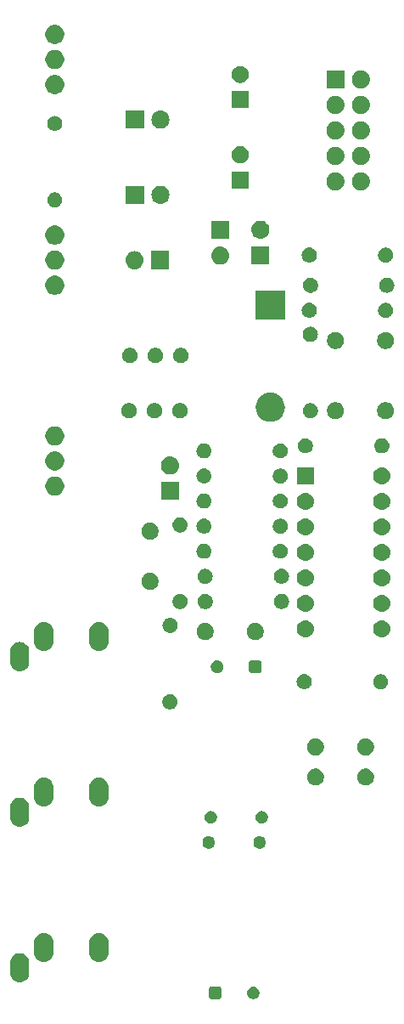
<source format=gbr>
G04 #@! TF.GenerationSoftware,KiCad,Pcbnew,5.1.4*
G04 #@! TF.CreationDate,2019-10-24T19:13:33+02:00*
G04 #@! TF.ProjectId,lpg,6c70672e-6b69-4636-9164-5f7063625858,rev?*
G04 #@! TF.SameCoordinates,Original*
G04 #@! TF.FileFunction,Soldermask,Bot*
G04 #@! TF.FilePolarity,Negative*
%FSLAX46Y46*%
G04 Gerber Fmt 4.6, Leading zero omitted, Abs format (unit mm)*
G04 Created by KiCad (PCBNEW 5.1.4) date 2019-10-24 19:13:33*
%MOMM*%
%LPD*%
G04 APERTURE LIST*
%ADD10C,0.100000*%
G04 APERTURE END LIST*
D10*
G36*
X121482597Y-151398056D02*
G01*
X121596521Y-151445245D01*
X121596522Y-151445246D01*
X121699052Y-151513754D01*
X121786246Y-151600948D01*
X121786247Y-151600950D01*
X121854755Y-151703479D01*
X121901944Y-151817403D01*
X121926000Y-151938343D01*
X121926000Y-152061657D01*
X121901944Y-152182597D01*
X121854755Y-152296521D01*
X121854754Y-152296522D01*
X121786246Y-152399052D01*
X121699052Y-152486246D01*
X121657017Y-152514333D01*
X121596521Y-152554755D01*
X121482597Y-152601944D01*
X121361657Y-152626000D01*
X121238343Y-152626000D01*
X121117403Y-152601944D01*
X121003479Y-152554755D01*
X120942983Y-152514333D01*
X120900948Y-152486246D01*
X120813754Y-152399052D01*
X120745246Y-152296522D01*
X120745245Y-152296521D01*
X120698056Y-152182597D01*
X120674000Y-152061657D01*
X120674000Y-151938343D01*
X120698056Y-151817403D01*
X120745245Y-151703479D01*
X120813753Y-151600950D01*
X120813754Y-151600948D01*
X120900948Y-151513754D01*
X121003478Y-151445246D01*
X121003479Y-151445245D01*
X121117403Y-151398056D01*
X121238343Y-151374000D01*
X121361657Y-151374000D01*
X121482597Y-151398056D01*
X121482597Y-151398056D01*
G37*
G36*
X117924250Y-151379406D02*
G01*
X117971133Y-151393628D01*
X118014333Y-151416719D01*
X118052203Y-151447797D01*
X118083281Y-151485667D01*
X118106372Y-151528867D01*
X118120594Y-151575750D01*
X118126000Y-151630640D01*
X118126000Y-152369360D01*
X118120594Y-152424250D01*
X118106372Y-152471133D01*
X118083281Y-152514333D01*
X118052203Y-152552203D01*
X118014333Y-152583281D01*
X117971133Y-152606372D01*
X117924250Y-152620594D01*
X117869360Y-152626000D01*
X117130640Y-152626000D01*
X117075750Y-152620594D01*
X117028867Y-152606372D01*
X116985667Y-152583281D01*
X116947797Y-152552203D01*
X116916719Y-152514333D01*
X116893628Y-152471133D01*
X116879406Y-152424250D01*
X116874000Y-152369360D01*
X116874000Y-151630640D01*
X116879406Y-151575750D01*
X116893628Y-151528867D01*
X116916719Y-151485667D01*
X116947797Y-151447797D01*
X116985667Y-151416719D01*
X117028867Y-151393628D01*
X117075750Y-151379406D01*
X117130640Y-151374000D01*
X117869360Y-151374000D01*
X117924250Y-151379406D01*
X117924250Y-151379406D01*
G37*
G36*
X98186424Y-148062760D02*
G01*
X98186427Y-148062761D01*
X98186428Y-148062761D01*
X98365692Y-148117140D01*
X98365695Y-148117142D01*
X98365696Y-148117142D01*
X98530903Y-148205446D01*
X98675712Y-148324288D01*
X98794554Y-148469097D01*
X98882858Y-148634303D01*
X98882860Y-148634307D01*
X98931470Y-148794553D01*
X98937240Y-148813575D01*
X98951000Y-148953282D01*
X98951000Y-150046718D01*
X98937240Y-150186425D01*
X98937239Y-150186428D01*
X98937239Y-150186429D01*
X98882860Y-150365693D01*
X98882858Y-150365696D01*
X98882858Y-150365697D01*
X98794554Y-150530903D01*
X98675712Y-150675712D01*
X98530903Y-150794554D01*
X98365697Y-150882858D01*
X98365693Y-150882860D01*
X98186429Y-150937239D01*
X98186428Y-150937239D01*
X98186425Y-150937240D01*
X98000000Y-150955601D01*
X97813576Y-150937240D01*
X97813573Y-150937239D01*
X97813572Y-150937239D01*
X97634308Y-150882860D01*
X97634304Y-150882858D01*
X97469098Y-150794554D01*
X97324289Y-150675712D01*
X97205447Y-150530903D01*
X97117140Y-150365692D01*
X97062760Y-150186430D01*
X97049000Y-150046718D01*
X97049000Y-148953283D01*
X97062760Y-148813576D01*
X97062761Y-148813572D01*
X97117140Y-148634308D01*
X97117143Y-148634303D01*
X97205446Y-148469097D01*
X97324288Y-148324288D01*
X97469097Y-148205446D01*
X97634303Y-148117142D01*
X97634304Y-148117142D01*
X97634307Y-148117140D01*
X97813571Y-148062761D01*
X97813572Y-148062761D01*
X97813575Y-148062760D01*
X98000000Y-148044399D01*
X98186424Y-148062760D01*
X98186424Y-148062760D01*
G37*
G36*
X100586424Y-146062760D02*
G01*
X100586427Y-146062761D01*
X100586428Y-146062761D01*
X100765692Y-146117140D01*
X100765695Y-146117142D01*
X100765696Y-146117142D01*
X100930903Y-146205446D01*
X101075712Y-146324288D01*
X101194554Y-146469097D01*
X101282858Y-146634303D01*
X101282860Y-146634307D01*
X101282860Y-146634308D01*
X101337240Y-146813575D01*
X101351000Y-146953282D01*
X101351000Y-148046718D01*
X101337240Y-148186425D01*
X101337239Y-148186428D01*
X101337239Y-148186429D01*
X101282860Y-148365693D01*
X101282858Y-148365696D01*
X101282858Y-148365697D01*
X101194554Y-148530903D01*
X101075712Y-148675712D01*
X100930903Y-148794554D01*
X100765697Y-148882858D01*
X100765693Y-148882860D01*
X100586429Y-148937239D01*
X100586428Y-148937239D01*
X100586425Y-148937240D01*
X100400000Y-148955601D01*
X100213576Y-148937240D01*
X100213573Y-148937239D01*
X100213572Y-148937239D01*
X100034308Y-148882860D01*
X100034304Y-148882858D01*
X99869098Y-148794554D01*
X99724289Y-148675712D01*
X99605447Y-148530903D01*
X99517140Y-148365692D01*
X99462760Y-148186430D01*
X99449000Y-148046718D01*
X99449000Y-146953283D01*
X99462760Y-146813576D01*
X99462761Y-146813572D01*
X99517140Y-146634308D01*
X99517143Y-146634303D01*
X99605446Y-146469097D01*
X99724288Y-146324288D01*
X99869097Y-146205446D01*
X100034303Y-146117142D01*
X100034304Y-146117142D01*
X100034307Y-146117140D01*
X100213571Y-146062761D01*
X100213572Y-146062761D01*
X100213575Y-146062760D01*
X100400000Y-146044399D01*
X100586424Y-146062760D01*
X100586424Y-146062760D01*
G37*
G36*
X106086424Y-146062760D02*
G01*
X106086427Y-146062761D01*
X106086428Y-146062761D01*
X106265692Y-146117140D01*
X106265695Y-146117142D01*
X106265696Y-146117142D01*
X106430903Y-146205446D01*
X106575712Y-146324288D01*
X106694554Y-146469097D01*
X106782858Y-146634303D01*
X106782860Y-146634307D01*
X106782860Y-146634308D01*
X106837240Y-146813575D01*
X106851000Y-146953282D01*
X106851000Y-148046718D01*
X106837240Y-148186425D01*
X106837239Y-148186428D01*
X106837239Y-148186429D01*
X106782860Y-148365693D01*
X106782858Y-148365696D01*
X106782858Y-148365697D01*
X106694554Y-148530903D01*
X106575712Y-148675712D01*
X106430903Y-148794554D01*
X106265697Y-148882858D01*
X106265693Y-148882860D01*
X106086429Y-148937239D01*
X106086428Y-148937239D01*
X106086425Y-148937240D01*
X105900000Y-148955601D01*
X105713576Y-148937240D01*
X105713573Y-148937239D01*
X105713572Y-148937239D01*
X105534308Y-148882860D01*
X105534304Y-148882858D01*
X105369098Y-148794554D01*
X105224289Y-148675712D01*
X105105447Y-148530903D01*
X105017140Y-148365692D01*
X104962760Y-148186430D01*
X104949000Y-148046718D01*
X104949000Y-146953283D01*
X104962760Y-146813576D01*
X104962761Y-146813572D01*
X105017140Y-146634308D01*
X105017143Y-146634303D01*
X105105446Y-146469097D01*
X105224288Y-146324288D01*
X105369097Y-146205446D01*
X105534303Y-146117142D01*
X105534304Y-146117142D01*
X105534307Y-146117140D01*
X105713571Y-146062761D01*
X105713572Y-146062761D01*
X105713575Y-146062760D01*
X105900000Y-146044399D01*
X106086424Y-146062760D01*
X106086424Y-146062760D01*
G37*
G36*
X117042597Y-136398056D02*
G01*
X117156521Y-136445245D01*
X117156522Y-136445246D01*
X117259052Y-136513754D01*
X117346246Y-136600948D01*
X117346247Y-136600950D01*
X117414755Y-136703479D01*
X117461944Y-136817403D01*
X117486000Y-136938343D01*
X117486000Y-137061657D01*
X117461944Y-137182597D01*
X117414755Y-137296521D01*
X117414754Y-137296522D01*
X117346246Y-137399052D01*
X117259052Y-137486246D01*
X117207438Y-137520733D01*
X117156521Y-137554755D01*
X117042597Y-137601944D01*
X116921657Y-137626000D01*
X116798343Y-137626000D01*
X116677403Y-137601944D01*
X116563479Y-137554755D01*
X116512562Y-137520733D01*
X116460948Y-137486246D01*
X116373754Y-137399052D01*
X116305246Y-137296522D01*
X116305245Y-137296521D01*
X116258056Y-137182597D01*
X116234000Y-137061657D01*
X116234000Y-136938343D01*
X116258056Y-136817403D01*
X116305245Y-136703479D01*
X116373753Y-136600950D01*
X116373754Y-136600948D01*
X116460948Y-136513754D01*
X116563478Y-136445246D01*
X116563479Y-136445245D01*
X116677403Y-136398056D01*
X116798343Y-136374000D01*
X116921657Y-136374000D01*
X117042597Y-136398056D01*
X117042597Y-136398056D01*
G37*
G36*
X122122597Y-136398056D02*
G01*
X122236521Y-136445245D01*
X122236522Y-136445246D01*
X122339052Y-136513754D01*
X122426246Y-136600948D01*
X122426247Y-136600950D01*
X122494755Y-136703479D01*
X122541944Y-136817403D01*
X122566000Y-136938343D01*
X122566000Y-137061657D01*
X122541944Y-137182597D01*
X122494755Y-137296521D01*
X122494754Y-137296522D01*
X122426246Y-137399052D01*
X122339052Y-137486246D01*
X122287438Y-137520733D01*
X122236521Y-137554755D01*
X122122597Y-137601944D01*
X122001657Y-137626000D01*
X121878343Y-137626000D01*
X121757403Y-137601944D01*
X121643479Y-137554755D01*
X121592562Y-137520733D01*
X121540948Y-137486246D01*
X121453754Y-137399052D01*
X121385246Y-137296522D01*
X121385245Y-137296521D01*
X121338056Y-137182597D01*
X121314000Y-137061657D01*
X121314000Y-136938343D01*
X121338056Y-136817403D01*
X121385245Y-136703479D01*
X121453753Y-136600950D01*
X121453754Y-136600948D01*
X121540948Y-136513754D01*
X121643478Y-136445246D01*
X121643479Y-136445245D01*
X121757403Y-136398056D01*
X121878343Y-136374000D01*
X122001657Y-136374000D01*
X122122597Y-136398056D01*
X122122597Y-136398056D01*
G37*
G36*
X98186424Y-132562760D02*
G01*
X98186427Y-132562761D01*
X98186428Y-132562761D01*
X98365692Y-132617140D01*
X98365695Y-132617142D01*
X98365696Y-132617142D01*
X98530903Y-132705446D01*
X98675712Y-132824288D01*
X98794554Y-132969097D01*
X98882858Y-133134303D01*
X98882860Y-133134307D01*
X98931470Y-133294553D01*
X98937240Y-133313575D01*
X98951000Y-133453282D01*
X98951000Y-134546718D01*
X98937240Y-134686425D01*
X98937239Y-134686428D01*
X98937239Y-134686429D01*
X98882860Y-134865693D01*
X98882858Y-134865696D01*
X98882858Y-134865697D01*
X98794554Y-135030903D01*
X98675712Y-135175712D01*
X98530903Y-135294554D01*
X98365697Y-135382858D01*
X98365693Y-135382860D01*
X98186429Y-135437239D01*
X98186428Y-135437239D01*
X98186425Y-135437240D01*
X98000000Y-135455601D01*
X97813576Y-135437240D01*
X97813573Y-135437239D01*
X97813572Y-135437239D01*
X97634308Y-135382860D01*
X97634304Y-135382858D01*
X97469098Y-135294554D01*
X97324289Y-135175712D01*
X97205447Y-135030903D01*
X97117140Y-134865692D01*
X97062760Y-134686430D01*
X97049000Y-134546718D01*
X97049000Y-133453283D01*
X97062760Y-133313576D01*
X97062761Y-133313572D01*
X97117140Y-133134308D01*
X97117143Y-133134303D01*
X97205446Y-132969097D01*
X97324288Y-132824288D01*
X97469097Y-132705446D01*
X97634303Y-132617142D01*
X97634304Y-132617142D01*
X97634307Y-132617140D01*
X97813571Y-132562761D01*
X97813572Y-132562761D01*
X97813575Y-132562760D01*
X98000000Y-132544399D01*
X98186424Y-132562760D01*
X98186424Y-132562760D01*
G37*
G36*
X122322597Y-133898056D02*
G01*
X122436521Y-133945245D01*
X122436522Y-133945246D01*
X122539052Y-134013754D01*
X122626246Y-134100948D01*
X122626247Y-134100950D01*
X122694755Y-134203479D01*
X122741944Y-134317403D01*
X122766000Y-134438343D01*
X122766000Y-134561657D01*
X122741944Y-134682597D01*
X122694755Y-134796521D01*
X122694754Y-134796522D01*
X122626246Y-134899052D01*
X122539052Y-134986246D01*
X122487438Y-135020733D01*
X122436521Y-135054755D01*
X122322597Y-135101944D01*
X122201657Y-135126000D01*
X122078343Y-135126000D01*
X121957403Y-135101944D01*
X121843479Y-135054755D01*
X121792562Y-135020733D01*
X121740948Y-134986246D01*
X121653754Y-134899052D01*
X121585246Y-134796522D01*
X121585245Y-134796521D01*
X121538056Y-134682597D01*
X121514000Y-134561657D01*
X121514000Y-134438343D01*
X121538056Y-134317403D01*
X121585245Y-134203479D01*
X121653753Y-134100950D01*
X121653754Y-134100948D01*
X121740948Y-134013754D01*
X121843478Y-133945246D01*
X121843479Y-133945245D01*
X121957403Y-133898056D01*
X122078343Y-133874000D01*
X122201657Y-133874000D01*
X122322597Y-133898056D01*
X122322597Y-133898056D01*
G37*
G36*
X117242597Y-133898056D02*
G01*
X117356521Y-133945245D01*
X117356522Y-133945246D01*
X117459052Y-134013754D01*
X117546246Y-134100948D01*
X117546247Y-134100950D01*
X117614755Y-134203479D01*
X117661944Y-134317403D01*
X117686000Y-134438343D01*
X117686000Y-134561657D01*
X117661944Y-134682597D01*
X117614755Y-134796521D01*
X117614754Y-134796522D01*
X117546246Y-134899052D01*
X117459052Y-134986246D01*
X117407438Y-135020733D01*
X117356521Y-135054755D01*
X117242597Y-135101944D01*
X117121657Y-135126000D01*
X116998343Y-135126000D01*
X116877403Y-135101944D01*
X116763479Y-135054755D01*
X116712562Y-135020733D01*
X116660948Y-134986246D01*
X116573754Y-134899052D01*
X116505246Y-134796522D01*
X116505245Y-134796521D01*
X116458056Y-134682597D01*
X116434000Y-134561657D01*
X116434000Y-134438343D01*
X116458056Y-134317403D01*
X116505245Y-134203479D01*
X116573753Y-134100950D01*
X116573754Y-134100948D01*
X116660948Y-134013754D01*
X116763478Y-133945246D01*
X116763479Y-133945245D01*
X116877403Y-133898056D01*
X116998343Y-133874000D01*
X117121657Y-133874000D01*
X117242597Y-133898056D01*
X117242597Y-133898056D01*
G37*
G36*
X100586424Y-130562760D02*
G01*
X100586427Y-130562761D01*
X100586428Y-130562761D01*
X100765692Y-130617140D01*
X100765695Y-130617142D01*
X100765696Y-130617142D01*
X100930903Y-130705446D01*
X101075712Y-130824288D01*
X101194554Y-130969097D01*
X101233778Y-131042481D01*
X101282860Y-131134307D01*
X101319213Y-131254147D01*
X101337240Y-131313575D01*
X101351000Y-131453282D01*
X101351000Y-132546718D01*
X101337240Y-132686425D01*
X101337239Y-132686428D01*
X101337239Y-132686429D01*
X101282860Y-132865693D01*
X101282858Y-132865696D01*
X101282858Y-132865697D01*
X101194554Y-133030903D01*
X101075712Y-133175712D01*
X100930903Y-133294554D01*
X100765697Y-133382858D01*
X100765693Y-133382860D01*
X100586429Y-133437239D01*
X100586428Y-133437239D01*
X100586425Y-133437240D01*
X100400000Y-133455601D01*
X100213576Y-133437240D01*
X100213573Y-133437239D01*
X100213572Y-133437239D01*
X100034308Y-133382860D01*
X100034304Y-133382858D01*
X99869098Y-133294554D01*
X99724289Y-133175712D01*
X99605447Y-133030903D01*
X99517140Y-132865692D01*
X99462760Y-132686430D01*
X99449000Y-132546718D01*
X99449000Y-131453283D01*
X99462760Y-131313576D01*
X99462761Y-131313572D01*
X99517140Y-131134308D01*
X99566222Y-131042481D01*
X99605446Y-130969097D01*
X99724288Y-130824288D01*
X99869097Y-130705446D01*
X100034303Y-130617142D01*
X100034304Y-130617142D01*
X100034307Y-130617140D01*
X100213571Y-130562761D01*
X100213572Y-130562761D01*
X100213575Y-130562760D01*
X100400000Y-130544399D01*
X100586424Y-130562760D01*
X100586424Y-130562760D01*
G37*
G36*
X106086424Y-130562760D02*
G01*
X106086427Y-130562761D01*
X106086428Y-130562761D01*
X106265692Y-130617140D01*
X106265695Y-130617142D01*
X106265696Y-130617142D01*
X106430903Y-130705446D01*
X106575712Y-130824288D01*
X106694554Y-130969097D01*
X106733778Y-131042481D01*
X106782860Y-131134307D01*
X106819213Y-131254147D01*
X106837240Y-131313575D01*
X106851000Y-131453282D01*
X106851000Y-132546718D01*
X106837240Y-132686425D01*
X106837239Y-132686428D01*
X106837239Y-132686429D01*
X106782860Y-132865693D01*
X106782858Y-132865696D01*
X106782858Y-132865697D01*
X106694554Y-133030903D01*
X106575712Y-133175712D01*
X106430903Y-133294554D01*
X106265697Y-133382858D01*
X106265693Y-133382860D01*
X106086429Y-133437239D01*
X106086428Y-133437239D01*
X106086425Y-133437240D01*
X105900000Y-133455601D01*
X105713576Y-133437240D01*
X105713573Y-133437239D01*
X105713572Y-133437239D01*
X105534308Y-133382860D01*
X105534304Y-133382858D01*
X105369098Y-133294554D01*
X105224289Y-133175712D01*
X105105447Y-133030903D01*
X105017140Y-132865692D01*
X104962760Y-132686430D01*
X104949000Y-132546718D01*
X104949000Y-131453283D01*
X104962760Y-131313576D01*
X104962761Y-131313572D01*
X105017140Y-131134308D01*
X105066222Y-131042481D01*
X105105446Y-130969097D01*
X105224288Y-130824288D01*
X105369097Y-130705446D01*
X105534303Y-130617142D01*
X105534304Y-130617142D01*
X105534307Y-130617140D01*
X105713571Y-130562761D01*
X105713572Y-130562761D01*
X105713575Y-130562760D01*
X105900000Y-130544399D01*
X106086424Y-130562760D01*
X106086424Y-130562760D01*
G37*
G36*
X127748228Y-129681703D02*
G01*
X127903100Y-129745853D01*
X128042481Y-129838985D01*
X128161015Y-129957519D01*
X128254147Y-130096900D01*
X128318297Y-130251772D01*
X128351000Y-130416184D01*
X128351000Y-130583816D01*
X128318297Y-130748228D01*
X128254147Y-130903100D01*
X128161015Y-131042481D01*
X128042481Y-131161015D01*
X127903100Y-131254147D01*
X127748228Y-131318297D01*
X127583816Y-131351000D01*
X127416184Y-131351000D01*
X127251772Y-131318297D01*
X127096900Y-131254147D01*
X126957519Y-131161015D01*
X126838985Y-131042481D01*
X126745853Y-130903100D01*
X126681703Y-130748228D01*
X126649000Y-130583816D01*
X126649000Y-130416184D01*
X126681703Y-130251772D01*
X126745853Y-130096900D01*
X126838985Y-129957519D01*
X126957519Y-129838985D01*
X127096900Y-129745853D01*
X127251772Y-129681703D01*
X127416184Y-129649000D01*
X127583816Y-129649000D01*
X127748228Y-129681703D01*
X127748228Y-129681703D01*
G37*
G36*
X132748228Y-129681703D02*
G01*
X132903100Y-129745853D01*
X133042481Y-129838985D01*
X133161015Y-129957519D01*
X133254147Y-130096900D01*
X133318297Y-130251772D01*
X133351000Y-130416184D01*
X133351000Y-130583816D01*
X133318297Y-130748228D01*
X133254147Y-130903100D01*
X133161015Y-131042481D01*
X133042481Y-131161015D01*
X132903100Y-131254147D01*
X132748228Y-131318297D01*
X132583816Y-131351000D01*
X132416184Y-131351000D01*
X132251772Y-131318297D01*
X132096900Y-131254147D01*
X131957519Y-131161015D01*
X131838985Y-131042481D01*
X131745853Y-130903100D01*
X131681703Y-130748228D01*
X131649000Y-130583816D01*
X131649000Y-130416184D01*
X131681703Y-130251772D01*
X131745853Y-130096900D01*
X131838985Y-129957519D01*
X131957519Y-129838985D01*
X132096900Y-129745853D01*
X132251772Y-129681703D01*
X132416184Y-129649000D01*
X132583816Y-129649000D01*
X132748228Y-129681703D01*
X132748228Y-129681703D01*
G37*
G36*
X132748228Y-126681703D02*
G01*
X132903100Y-126745853D01*
X133042481Y-126838985D01*
X133161015Y-126957519D01*
X133254147Y-127096900D01*
X133318297Y-127251772D01*
X133351000Y-127416184D01*
X133351000Y-127583816D01*
X133318297Y-127748228D01*
X133254147Y-127903100D01*
X133161015Y-128042481D01*
X133042481Y-128161015D01*
X132903100Y-128254147D01*
X132748228Y-128318297D01*
X132583816Y-128351000D01*
X132416184Y-128351000D01*
X132251772Y-128318297D01*
X132096900Y-128254147D01*
X131957519Y-128161015D01*
X131838985Y-128042481D01*
X131745853Y-127903100D01*
X131681703Y-127748228D01*
X131649000Y-127583816D01*
X131649000Y-127416184D01*
X131681703Y-127251772D01*
X131745853Y-127096900D01*
X131838985Y-126957519D01*
X131957519Y-126838985D01*
X132096900Y-126745853D01*
X132251772Y-126681703D01*
X132416184Y-126649000D01*
X132583816Y-126649000D01*
X132748228Y-126681703D01*
X132748228Y-126681703D01*
G37*
G36*
X127748228Y-126681703D02*
G01*
X127903100Y-126745853D01*
X128042481Y-126838985D01*
X128161015Y-126957519D01*
X128254147Y-127096900D01*
X128318297Y-127251772D01*
X128351000Y-127416184D01*
X128351000Y-127583816D01*
X128318297Y-127748228D01*
X128254147Y-127903100D01*
X128161015Y-128042481D01*
X128042481Y-128161015D01*
X127903100Y-128254147D01*
X127748228Y-128318297D01*
X127583816Y-128351000D01*
X127416184Y-128351000D01*
X127251772Y-128318297D01*
X127096900Y-128254147D01*
X126957519Y-128161015D01*
X126838985Y-128042481D01*
X126745853Y-127903100D01*
X126681703Y-127748228D01*
X126649000Y-127583816D01*
X126649000Y-127416184D01*
X126681703Y-127251772D01*
X126745853Y-127096900D01*
X126838985Y-126957519D01*
X126957519Y-126838985D01*
X127096900Y-126745853D01*
X127251772Y-126681703D01*
X127416184Y-126649000D01*
X127583816Y-126649000D01*
X127748228Y-126681703D01*
X127748228Y-126681703D01*
G37*
G36*
X113219059Y-122277860D02*
G01*
X113355732Y-122334472D01*
X113478735Y-122416660D01*
X113583340Y-122521265D01*
X113665528Y-122644268D01*
X113722140Y-122780941D01*
X113751000Y-122926033D01*
X113751000Y-123073967D01*
X113722140Y-123219059D01*
X113665528Y-123355732D01*
X113583340Y-123478735D01*
X113478735Y-123583340D01*
X113355732Y-123665528D01*
X113355731Y-123665529D01*
X113355730Y-123665529D01*
X113219059Y-123722140D01*
X113073968Y-123751000D01*
X112926032Y-123751000D01*
X112780941Y-123722140D01*
X112644270Y-123665529D01*
X112644269Y-123665529D01*
X112644268Y-123665528D01*
X112521265Y-123583340D01*
X112416660Y-123478735D01*
X112334472Y-123355732D01*
X112277860Y-123219059D01*
X112249000Y-123073967D01*
X112249000Y-122926033D01*
X112277860Y-122780941D01*
X112334472Y-122644268D01*
X112416660Y-122521265D01*
X112521265Y-122416660D01*
X112644268Y-122334472D01*
X112780941Y-122277860D01*
X112926032Y-122249000D01*
X113073968Y-122249000D01*
X113219059Y-122277860D01*
X113219059Y-122277860D01*
G37*
G36*
X126453665Y-120252622D02*
G01*
X126527222Y-120259867D01*
X126668786Y-120302810D01*
X126799252Y-120372546D01*
X126829040Y-120396992D01*
X126913607Y-120466393D01*
X126983008Y-120550960D01*
X127007454Y-120580748D01*
X127077190Y-120711214D01*
X127120133Y-120852778D01*
X127134633Y-121000000D01*
X127120133Y-121147222D01*
X127077190Y-121288786D01*
X127007454Y-121419252D01*
X126983008Y-121449040D01*
X126913607Y-121533607D01*
X126853004Y-121583341D01*
X126799252Y-121627454D01*
X126668786Y-121697190D01*
X126527222Y-121740133D01*
X126453665Y-121747378D01*
X126416888Y-121751000D01*
X126343112Y-121751000D01*
X126306335Y-121747378D01*
X126232778Y-121740133D01*
X126091214Y-121697190D01*
X125960748Y-121627454D01*
X125906996Y-121583341D01*
X125846393Y-121533607D01*
X125776992Y-121449040D01*
X125752546Y-121419252D01*
X125682810Y-121288786D01*
X125639867Y-121147222D01*
X125625367Y-121000000D01*
X125639867Y-120852778D01*
X125682810Y-120711214D01*
X125752546Y-120580748D01*
X125776992Y-120550960D01*
X125846393Y-120466393D01*
X125930960Y-120396992D01*
X125960748Y-120372546D01*
X126091214Y-120302810D01*
X126232778Y-120259867D01*
X126306335Y-120252622D01*
X126343112Y-120249000D01*
X126416888Y-120249000D01*
X126453665Y-120252622D01*
X126453665Y-120252622D01*
G37*
G36*
X134219059Y-120277860D02*
G01*
X134279294Y-120302810D01*
X134355732Y-120334472D01*
X134478735Y-120416660D01*
X134583340Y-120521265D01*
X134665528Y-120644268D01*
X134722140Y-120780941D01*
X134751000Y-120926033D01*
X134751000Y-121073967D01*
X134722140Y-121219059D01*
X134665528Y-121355732D01*
X134583340Y-121478735D01*
X134478735Y-121583340D01*
X134355732Y-121665528D01*
X134355731Y-121665529D01*
X134355730Y-121665529D01*
X134219059Y-121722140D01*
X134073968Y-121751000D01*
X133926032Y-121751000D01*
X133780941Y-121722140D01*
X133644270Y-121665529D01*
X133644269Y-121665529D01*
X133644268Y-121665528D01*
X133521265Y-121583340D01*
X133416660Y-121478735D01*
X133334472Y-121355732D01*
X133277860Y-121219059D01*
X133249000Y-121073967D01*
X133249000Y-120926033D01*
X133277860Y-120780941D01*
X133334472Y-120644268D01*
X133416660Y-120521265D01*
X133521265Y-120416660D01*
X133644268Y-120334472D01*
X133720707Y-120302810D01*
X133780941Y-120277860D01*
X133926032Y-120249000D01*
X134073968Y-120249000D01*
X134219059Y-120277860D01*
X134219059Y-120277860D01*
G37*
G36*
X117882597Y-118898056D02*
G01*
X117996521Y-118945245D01*
X117996522Y-118945246D01*
X118099052Y-119013754D01*
X118186246Y-119100948D01*
X118186247Y-119100950D01*
X118254755Y-119203479D01*
X118301944Y-119317403D01*
X118326000Y-119438343D01*
X118326000Y-119561657D01*
X118301944Y-119682597D01*
X118254755Y-119796521D01*
X118254754Y-119796522D01*
X118186246Y-119899052D01*
X118099052Y-119986246D01*
X118057017Y-120014333D01*
X117996521Y-120054755D01*
X117882597Y-120101944D01*
X117761657Y-120126000D01*
X117638343Y-120126000D01*
X117517403Y-120101944D01*
X117403479Y-120054755D01*
X117342983Y-120014333D01*
X117300948Y-119986246D01*
X117213754Y-119899052D01*
X117145246Y-119796522D01*
X117145245Y-119796521D01*
X117098056Y-119682597D01*
X117074000Y-119561657D01*
X117074000Y-119438343D01*
X117098056Y-119317403D01*
X117145245Y-119203479D01*
X117213753Y-119100950D01*
X117213754Y-119100948D01*
X117300948Y-119013754D01*
X117403478Y-118945246D01*
X117403479Y-118945245D01*
X117517403Y-118898056D01*
X117638343Y-118874000D01*
X117761657Y-118874000D01*
X117882597Y-118898056D01*
X117882597Y-118898056D01*
G37*
G36*
X121924250Y-118879406D02*
G01*
X121971133Y-118893628D01*
X122014333Y-118916719D01*
X122052203Y-118947797D01*
X122083281Y-118985667D01*
X122106372Y-119028867D01*
X122120594Y-119075750D01*
X122126000Y-119130640D01*
X122126000Y-119869360D01*
X122120594Y-119924250D01*
X122106372Y-119971133D01*
X122083281Y-120014333D01*
X122052203Y-120052203D01*
X122014333Y-120083281D01*
X121971133Y-120106372D01*
X121924250Y-120120594D01*
X121869360Y-120126000D01*
X121130640Y-120126000D01*
X121075750Y-120120594D01*
X121028867Y-120106372D01*
X120985667Y-120083281D01*
X120947797Y-120052203D01*
X120916719Y-120014333D01*
X120893628Y-119971133D01*
X120879406Y-119924250D01*
X120874000Y-119869360D01*
X120874000Y-119130640D01*
X120879406Y-119075750D01*
X120893628Y-119028867D01*
X120916719Y-118985667D01*
X120947797Y-118947797D01*
X120985667Y-118916719D01*
X121028867Y-118893628D01*
X121075750Y-118879406D01*
X121130640Y-118874000D01*
X121869360Y-118874000D01*
X121924250Y-118879406D01*
X121924250Y-118879406D01*
G37*
G36*
X98186424Y-117062760D02*
G01*
X98186427Y-117062761D01*
X98186428Y-117062761D01*
X98365692Y-117117140D01*
X98365695Y-117117142D01*
X98365696Y-117117142D01*
X98530903Y-117205446D01*
X98675712Y-117324288D01*
X98794554Y-117469097D01*
X98882858Y-117634303D01*
X98882860Y-117634307D01*
X98931470Y-117794553D01*
X98937240Y-117813575D01*
X98951000Y-117953282D01*
X98951000Y-119046718D01*
X98937240Y-119186425D01*
X98937239Y-119186428D01*
X98937239Y-119186429D01*
X98882860Y-119365693D01*
X98882858Y-119365696D01*
X98882858Y-119365697D01*
X98794554Y-119530903D01*
X98675712Y-119675712D01*
X98530903Y-119794554D01*
X98390950Y-119869360D01*
X98365693Y-119882860D01*
X98186429Y-119937239D01*
X98186428Y-119937239D01*
X98186425Y-119937240D01*
X98000000Y-119955601D01*
X97813576Y-119937240D01*
X97813573Y-119937239D01*
X97813572Y-119937239D01*
X97634308Y-119882860D01*
X97609051Y-119869360D01*
X97469098Y-119794554D01*
X97324289Y-119675712D01*
X97205447Y-119530903D01*
X97117140Y-119365692D01*
X97062760Y-119186430D01*
X97049000Y-119046718D01*
X97049000Y-117953283D01*
X97062760Y-117813576D01*
X97062761Y-117813572D01*
X97117140Y-117634308D01*
X97117143Y-117634303D01*
X97205446Y-117469097D01*
X97324288Y-117324288D01*
X97469097Y-117205446D01*
X97634303Y-117117142D01*
X97634304Y-117117142D01*
X97634307Y-117117140D01*
X97813571Y-117062761D01*
X97813572Y-117062761D01*
X97813575Y-117062760D01*
X98000000Y-117044399D01*
X98186424Y-117062760D01*
X98186424Y-117062760D01*
G37*
G36*
X106086424Y-115062760D02*
G01*
X106086427Y-115062761D01*
X106086428Y-115062761D01*
X106265692Y-115117140D01*
X106265695Y-115117142D01*
X106265696Y-115117142D01*
X106430903Y-115205446D01*
X106575712Y-115324288D01*
X106694554Y-115469097D01*
X106762867Y-115596903D01*
X106782860Y-115634307D01*
X106832895Y-115799250D01*
X106837240Y-115813575D01*
X106851000Y-115953282D01*
X106851000Y-117046718D01*
X106837240Y-117186425D01*
X106837239Y-117186428D01*
X106837239Y-117186429D01*
X106782860Y-117365693D01*
X106782858Y-117365696D01*
X106782858Y-117365697D01*
X106694554Y-117530903D01*
X106575712Y-117675712D01*
X106430903Y-117794554D01*
X106265697Y-117882858D01*
X106265693Y-117882860D01*
X106086429Y-117937239D01*
X106086428Y-117937239D01*
X106086425Y-117937240D01*
X105900000Y-117955601D01*
X105713576Y-117937240D01*
X105713573Y-117937239D01*
X105713572Y-117937239D01*
X105534308Y-117882860D01*
X105534304Y-117882858D01*
X105369098Y-117794554D01*
X105224289Y-117675712D01*
X105105447Y-117530903D01*
X105017140Y-117365692D01*
X104962760Y-117186430D01*
X104949000Y-117046718D01*
X104949000Y-115953283D01*
X104962760Y-115813576D01*
X104962761Y-115813572D01*
X105017140Y-115634308D01*
X105049816Y-115573175D01*
X105105446Y-115469097D01*
X105224288Y-115324288D01*
X105369097Y-115205446D01*
X105534303Y-115117142D01*
X105534304Y-115117142D01*
X105534307Y-115117140D01*
X105713571Y-115062761D01*
X105713572Y-115062761D01*
X105713575Y-115062760D01*
X105900000Y-115044399D01*
X106086424Y-115062760D01*
X106086424Y-115062760D01*
G37*
G36*
X100586424Y-115062760D02*
G01*
X100586427Y-115062761D01*
X100586428Y-115062761D01*
X100765692Y-115117140D01*
X100765695Y-115117142D01*
X100765696Y-115117142D01*
X100930903Y-115205446D01*
X101075712Y-115324288D01*
X101194554Y-115469097D01*
X101262867Y-115596903D01*
X101282860Y-115634307D01*
X101332895Y-115799250D01*
X101337240Y-115813575D01*
X101351000Y-115953282D01*
X101351000Y-117046718D01*
X101337240Y-117186425D01*
X101337239Y-117186428D01*
X101337239Y-117186429D01*
X101282860Y-117365693D01*
X101282858Y-117365696D01*
X101282858Y-117365697D01*
X101194554Y-117530903D01*
X101075712Y-117675712D01*
X100930903Y-117794554D01*
X100765697Y-117882858D01*
X100765693Y-117882860D01*
X100586429Y-117937239D01*
X100586428Y-117937239D01*
X100586425Y-117937240D01*
X100400000Y-117955601D01*
X100213576Y-117937240D01*
X100213573Y-117937239D01*
X100213572Y-117937239D01*
X100034308Y-117882860D01*
X100034304Y-117882858D01*
X99869098Y-117794554D01*
X99724289Y-117675712D01*
X99605447Y-117530903D01*
X99517140Y-117365692D01*
X99462760Y-117186430D01*
X99449000Y-117046718D01*
X99449000Y-115953283D01*
X99462760Y-115813576D01*
X99462761Y-115813572D01*
X99517140Y-115634308D01*
X99549816Y-115573175D01*
X99605446Y-115469097D01*
X99724288Y-115324288D01*
X99869097Y-115205446D01*
X100034303Y-115117142D01*
X100034304Y-115117142D01*
X100034307Y-115117140D01*
X100213571Y-115062761D01*
X100213572Y-115062761D01*
X100213575Y-115062760D01*
X100400000Y-115044399D01*
X100586424Y-115062760D01*
X100586424Y-115062760D01*
G37*
G36*
X116748228Y-115181703D02*
G01*
X116903100Y-115245853D01*
X117042481Y-115338985D01*
X117161015Y-115457519D01*
X117254147Y-115596900D01*
X117318297Y-115751772D01*
X117351000Y-115916184D01*
X117351000Y-116083816D01*
X117318297Y-116248228D01*
X117254147Y-116403100D01*
X117161015Y-116542481D01*
X117042481Y-116661015D01*
X116903100Y-116754147D01*
X116748228Y-116818297D01*
X116583816Y-116851000D01*
X116416184Y-116851000D01*
X116251772Y-116818297D01*
X116096900Y-116754147D01*
X115957519Y-116661015D01*
X115838985Y-116542481D01*
X115745853Y-116403100D01*
X115681703Y-116248228D01*
X115649000Y-116083816D01*
X115649000Y-115916184D01*
X115681703Y-115751772D01*
X115745853Y-115596900D01*
X115838985Y-115457519D01*
X115957519Y-115338985D01*
X116096900Y-115245853D01*
X116251772Y-115181703D01*
X116416184Y-115149000D01*
X116583816Y-115149000D01*
X116748228Y-115181703D01*
X116748228Y-115181703D01*
G37*
G36*
X121748228Y-115181703D02*
G01*
X121903100Y-115245853D01*
X122042481Y-115338985D01*
X122161015Y-115457519D01*
X122254147Y-115596900D01*
X122318297Y-115751772D01*
X122351000Y-115916184D01*
X122351000Y-116083816D01*
X122318297Y-116248228D01*
X122254147Y-116403100D01*
X122161015Y-116542481D01*
X122042481Y-116661015D01*
X121903100Y-116754147D01*
X121748228Y-116818297D01*
X121583816Y-116851000D01*
X121416184Y-116851000D01*
X121251772Y-116818297D01*
X121096900Y-116754147D01*
X120957519Y-116661015D01*
X120838985Y-116542481D01*
X120745853Y-116403100D01*
X120681703Y-116248228D01*
X120649000Y-116083816D01*
X120649000Y-115916184D01*
X120681703Y-115751772D01*
X120745853Y-115596900D01*
X120838985Y-115457519D01*
X120957519Y-115338985D01*
X121096900Y-115245853D01*
X121251772Y-115181703D01*
X121416184Y-115149000D01*
X121583816Y-115149000D01*
X121748228Y-115181703D01*
X121748228Y-115181703D01*
G37*
G36*
X126666823Y-114901313D02*
G01*
X126827242Y-114949976D01*
X126959906Y-115020886D01*
X126975078Y-115028996D01*
X127104659Y-115135341D01*
X127211004Y-115264922D01*
X127211005Y-115264924D01*
X127290024Y-115412758D01*
X127338687Y-115573177D01*
X127355117Y-115740000D01*
X127338687Y-115906823D01*
X127290024Y-116067242D01*
X127219114Y-116199906D01*
X127211004Y-116215078D01*
X127104659Y-116344659D01*
X126975078Y-116451004D01*
X126975076Y-116451005D01*
X126827242Y-116530024D01*
X126666823Y-116578687D01*
X126541804Y-116591000D01*
X126458196Y-116591000D01*
X126333177Y-116578687D01*
X126172758Y-116530024D01*
X126024924Y-116451005D01*
X126024922Y-116451004D01*
X125895341Y-116344659D01*
X125788996Y-116215078D01*
X125780886Y-116199906D01*
X125709976Y-116067242D01*
X125661313Y-115906823D01*
X125644883Y-115740000D01*
X125661313Y-115573177D01*
X125709976Y-115412758D01*
X125788995Y-115264924D01*
X125788996Y-115264922D01*
X125895341Y-115135341D01*
X126024922Y-115028996D01*
X126040094Y-115020886D01*
X126172758Y-114949976D01*
X126333177Y-114901313D01*
X126458196Y-114889000D01*
X126541804Y-114889000D01*
X126666823Y-114901313D01*
X126666823Y-114901313D01*
G37*
G36*
X134286823Y-114901313D02*
G01*
X134447242Y-114949976D01*
X134579906Y-115020886D01*
X134595078Y-115028996D01*
X134724659Y-115135341D01*
X134831004Y-115264922D01*
X134831005Y-115264924D01*
X134910024Y-115412758D01*
X134958687Y-115573177D01*
X134975117Y-115740000D01*
X134958687Y-115906823D01*
X134910024Y-116067242D01*
X134839114Y-116199906D01*
X134831004Y-116215078D01*
X134724659Y-116344659D01*
X134595078Y-116451004D01*
X134595076Y-116451005D01*
X134447242Y-116530024D01*
X134286823Y-116578687D01*
X134161804Y-116591000D01*
X134078196Y-116591000D01*
X133953177Y-116578687D01*
X133792758Y-116530024D01*
X133644924Y-116451005D01*
X133644922Y-116451004D01*
X133515341Y-116344659D01*
X133408996Y-116215078D01*
X133400886Y-116199906D01*
X133329976Y-116067242D01*
X133281313Y-115906823D01*
X133264883Y-115740000D01*
X133281313Y-115573177D01*
X133329976Y-115412758D01*
X133408995Y-115264924D01*
X133408996Y-115264922D01*
X133515341Y-115135341D01*
X133644922Y-115028996D01*
X133660094Y-115020886D01*
X133792758Y-114949976D01*
X133953177Y-114901313D01*
X134078196Y-114889000D01*
X134161804Y-114889000D01*
X134286823Y-114901313D01*
X134286823Y-114901313D01*
G37*
G36*
X113073665Y-114632622D02*
G01*
X113147222Y-114639867D01*
X113288786Y-114682810D01*
X113419252Y-114752546D01*
X113449040Y-114776992D01*
X113533607Y-114846393D01*
X113578678Y-114901314D01*
X113627454Y-114960748D01*
X113697190Y-115091214D01*
X113740133Y-115232778D01*
X113754633Y-115380000D01*
X113740133Y-115527222D01*
X113697190Y-115668786D01*
X113627454Y-115799252D01*
X113603008Y-115829040D01*
X113533607Y-115913607D01*
X113449040Y-115983008D01*
X113419252Y-116007454D01*
X113288786Y-116077190D01*
X113147222Y-116120133D01*
X113073665Y-116127378D01*
X113036888Y-116131000D01*
X112963112Y-116131000D01*
X112926335Y-116127378D01*
X112852778Y-116120133D01*
X112711214Y-116077190D01*
X112580748Y-116007454D01*
X112550960Y-115983008D01*
X112466393Y-115913607D01*
X112396992Y-115829040D01*
X112372546Y-115799252D01*
X112302810Y-115668786D01*
X112259867Y-115527222D01*
X112245367Y-115380000D01*
X112259867Y-115232778D01*
X112302810Y-115091214D01*
X112372546Y-114960748D01*
X112421322Y-114901314D01*
X112466393Y-114846393D01*
X112550960Y-114776992D01*
X112580748Y-114752546D01*
X112711214Y-114682810D01*
X112852778Y-114639867D01*
X112926335Y-114632622D01*
X112963112Y-114629000D01*
X113036888Y-114629000D01*
X113073665Y-114632622D01*
X113073665Y-114632622D01*
G37*
G36*
X134286823Y-112361313D02*
G01*
X134447242Y-112409976D01*
X134579906Y-112480886D01*
X134595078Y-112488996D01*
X134724659Y-112595341D01*
X134831004Y-112724922D01*
X134831005Y-112724924D01*
X134910024Y-112872758D01*
X134958687Y-113033177D01*
X134975117Y-113200000D01*
X134958687Y-113366823D01*
X134910024Y-113527242D01*
X134856459Y-113627455D01*
X134831004Y-113675078D01*
X134724659Y-113804659D01*
X134595078Y-113911004D01*
X134595076Y-113911005D01*
X134447242Y-113990024D01*
X134286823Y-114038687D01*
X134161804Y-114051000D01*
X134078196Y-114051000D01*
X133953177Y-114038687D01*
X133792758Y-113990024D01*
X133644924Y-113911005D01*
X133644922Y-113911004D01*
X133515341Y-113804659D01*
X133408996Y-113675078D01*
X133383541Y-113627455D01*
X133329976Y-113527242D01*
X133281313Y-113366823D01*
X133264883Y-113200000D01*
X133281313Y-113033177D01*
X133329976Y-112872758D01*
X133408995Y-112724924D01*
X133408996Y-112724922D01*
X133515341Y-112595341D01*
X133644922Y-112488996D01*
X133660094Y-112480886D01*
X133792758Y-112409976D01*
X133953177Y-112361313D01*
X134078196Y-112349000D01*
X134161804Y-112349000D01*
X134286823Y-112361313D01*
X134286823Y-112361313D01*
G37*
G36*
X126666823Y-112361313D02*
G01*
X126827242Y-112409976D01*
X126959906Y-112480886D01*
X126975078Y-112488996D01*
X127104659Y-112595341D01*
X127211004Y-112724922D01*
X127211005Y-112724924D01*
X127290024Y-112872758D01*
X127338687Y-113033177D01*
X127355117Y-113200000D01*
X127338687Y-113366823D01*
X127290024Y-113527242D01*
X127236459Y-113627455D01*
X127211004Y-113675078D01*
X127104659Y-113804659D01*
X126975078Y-113911004D01*
X126975076Y-113911005D01*
X126827242Y-113990024D01*
X126666823Y-114038687D01*
X126541804Y-114051000D01*
X126458196Y-114051000D01*
X126333177Y-114038687D01*
X126172758Y-113990024D01*
X126024924Y-113911005D01*
X126024922Y-113911004D01*
X125895341Y-113804659D01*
X125788996Y-113675078D01*
X125763541Y-113627455D01*
X125709976Y-113527242D01*
X125661313Y-113366823D01*
X125644883Y-113200000D01*
X125661313Y-113033177D01*
X125709976Y-112872758D01*
X125788995Y-112724924D01*
X125788996Y-112724922D01*
X125895341Y-112595341D01*
X126024922Y-112488996D01*
X126040094Y-112480886D01*
X126172758Y-112409976D01*
X126333177Y-112361313D01*
X126458196Y-112349000D01*
X126541804Y-112349000D01*
X126666823Y-112361313D01*
X126666823Y-112361313D01*
G37*
G36*
X114219059Y-112277860D02*
G01*
X114279294Y-112302810D01*
X114355732Y-112334472D01*
X114478735Y-112416660D01*
X114583340Y-112521265D01*
X114665528Y-112644268D01*
X114722140Y-112780941D01*
X114751000Y-112926033D01*
X114751000Y-113073967D01*
X114722140Y-113219059D01*
X114665528Y-113355732D01*
X114583340Y-113478735D01*
X114478735Y-113583340D01*
X114355732Y-113665528D01*
X114355731Y-113665529D01*
X114355730Y-113665529D01*
X114219059Y-113722140D01*
X114073968Y-113751000D01*
X113926032Y-113751000D01*
X113780941Y-113722140D01*
X113644270Y-113665529D01*
X113644269Y-113665529D01*
X113644268Y-113665528D01*
X113521265Y-113583340D01*
X113416660Y-113478735D01*
X113334472Y-113355732D01*
X113277860Y-113219059D01*
X113249000Y-113073967D01*
X113249000Y-112926033D01*
X113277860Y-112780941D01*
X113334472Y-112644268D01*
X113416660Y-112521265D01*
X113521265Y-112416660D01*
X113644268Y-112334472D01*
X113720707Y-112302810D01*
X113780941Y-112277860D01*
X113926032Y-112249000D01*
X114073968Y-112249000D01*
X114219059Y-112277860D01*
X114219059Y-112277860D01*
G37*
G36*
X116719059Y-112277860D02*
G01*
X116779294Y-112302810D01*
X116855732Y-112334472D01*
X116978735Y-112416660D01*
X117083340Y-112521265D01*
X117165528Y-112644268D01*
X117222140Y-112780941D01*
X117251000Y-112926033D01*
X117251000Y-113073967D01*
X117222140Y-113219059D01*
X117165528Y-113355732D01*
X117083340Y-113478735D01*
X116978735Y-113583340D01*
X116855732Y-113665528D01*
X116855731Y-113665529D01*
X116855730Y-113665529D01*
X116719059Y-113722140D01*
X116573968Y-113751000D01*
X116426032Y-113751000D01*
X116280941Y-113722140D01*
X116144270Y-113665529D01*
X116144269Y-113665529D01*
X116144268Y-113665528D01*
X116021265Y-113583340D01*
X115916660Y-113478735D01*
X115834472Y-113355732D01*
X115777860Y-113219059D01*
X115749000Y-113073967D01*
X115749000Y-112926033D01*
X115777860Y-112780941D01*
X115834472Y-112644268D01*
X115916660Y-112521265D01*
X116021265Y-112416660D01*
X116144268Y-112334472D01*
X116220707Y-112302810D01*
X116280941Y-112277860D01*
X116426032Y-112249000D01*
X116573968Y-112249000D01*
X116719059Y-112277860D01*
X116719059Y-112277860D01*
G37*
G36*
X124193665Y-112252622D02*
G01*
X124267222Y-112259867D01*
X124408786Y-112302810D01*
X124539252Y-112372546D01*
X124569040Y-112396992D01*
X124653607Y-112466393D01*
X124723008Y-112550960D01*
X124747454Y-112580748D01*
X124817190Y-112711214D01*
X124860133Y-112852778D01*
X124874633Y-113000000D01*
X124860133Y-113147222D01*
X124817190Y-113288786D01*
X124747454Y-113419252D01*
X124723008Y-113449040D01*
X124653607Y-113533607D01*
X124593004Y-113583341D01*
X124539252Y-113627454D01*
X124408786Y-113697190D01*
X124267222Y-113740133D01*
X124193665Y-113747378D01*
X124156888Y-113751000D01*
X124083112Y-113751000D01*
X124046335Y-113747378D01*
X123972778Y-113740133D01*
X123831214Y-113697190D01*
X123700748Y-113627454D01*
X123646996Y-113583341D01*
X123586393Y-113533607D01*
X123516992Y-113449040D01*
X123492546Y-113419252D01*
X123422810Y-113288786D01*
X123379867Y-113147222D01*
X123365367Y-113000000D01*
X123379867Y-112852778D01*
X123422810Y-112711214D01*
X123492546Y-112580748D01*
X123516992Y-112550960D01*
X123586393Y-112466393D01*
X123670960Y-112396992D01*
X123700748Y-112372546D01*
X123831214Y-112302810D01*
X123972778Y-112259867D01*
X124046335Y-112252622D01*
X124083112Y-112249000D01*
X124156888Y-112249000D01*
X124193665Y-112252622D01*
X124193665Y-112252622D01*
G37*
G36*
X111248228Y-110181703D02*
G01*
X111403100Y-110245853D01*
X111542481Y-110338985D01*
X111661015Y-110457519D01*
X111754147Y-110596900D01*
X111818297Y-110751772D01*
X111851000Y-110916184D01*
X111851000Y-111083816D01*
X111818297Y-111248228D01*
X111754147Y-111403100D01*
X111661015Y-111542481D01*
X111542481Y-111661015D01*
X111403100Y-111754147D01*
X111248228Y-111818297D01*
X111083816Y-111851000D01*
X110916184Y-111851000D01*
X110751772Y-111818297D01*
X110596900Y-111754147D01*
X110457519Y-111661015D01*
X110338985Y-111542481D01*
X110245853Y-111403100D01*
X110181703Y-111248228D01*
X110149000Y-111083816D01*
X110149000Y-110916184D01*
X110181703Y-110751772D01*
X110245853Y-110596900D01*
X110338985Y-110457519D01*
X110457519Y-110338985D01*
X110596900Y-110245853D01*
X110751772Y-110181703D01*
X110916184Y-110149000D01*
X111083816Y-110149000D01*
X111248228Y-110181703D01*
X111248228Y-110181703D01*
G37*
G36*
X126666823Y-109821313D02*
G01*
X126827242Y-109869976D01*
X126959906Y-109940886D01*
X126975078Y-109948996D01*
X127104659Y-110055341D01*
X127211004Y-110184922D01*
X127211005Y-110184924D01*
X127290024Y-110332758D01*
X127338687Y-110493177D01*
X127355117Y-110660000D01*
X127338687Y-110826823D01*
X127290024Y-110987242D01*
X127238404Y-111083816D01*
X127211004Y-111135078D01*
X127104659Y-111264659D01*
X126975078Y-111371004D01*
X126975076Y-111371005D01*
X126827242Y-111450024D01*
X126666823Y-111498687D01*
X126541804Y-111511000D01*
X126458196Y-111511000D01*
X126333177Y-111498687D01*
X126172758Y-111450024D01*
X126024924Y-111371005D01*
X126024922Y-111371004D01*
X125895341Y-111264659D01*
X125788996Y-111135078D01*
X125761596Y-111083816D01*
X125709976Y-110987242D01*
X125661313Y-110826823D01*
X125644883Y-110660000D01*
X125661313Y-110493177D01*
X125709976Y-110332758D01*
X125788995Y-110184924D01*
X125788996Y-110184922D01*
X125895341Y-110055341D01*
X126024922Y-109948996D01*
X126040094Y-109940886D01*
X126172758Y-109869976D01*
X126333177Y-109821313D01*
X126458196Y-109809000D01*
X126541804Y-109809000D01*
X126666823Y-109821313D01*
X126666823Y-109821313D01*
G37*
G36*
X134286823Y-109821313D02*
G01*
X134447242Y-109869976D01*
X134579906Y-109940886D01*
X134595078Y-109948996D01*
X134724659Y-110055341D01*
X134831004Y-110184922D01*
X134831005Y-110184924D01*
X134910024Y-110332758D01*
X134958687Y-110493177D01*
X134975117Y-110660000D01*
X134958687Y-110826823D01*
X134910024Y-110987242D01*
X134858404Y-111083816D01*
X134831004Y-111135078D01*
X134724659Y-111264659D01*
X134595078Y-111371004D01*
X134595076Y-111371005D01*
X134447242Y-111450024D01*
X134286823Y-111498687D01*
X134161804Y-111511000D01*
X134078196Y-111511000D01*
X133953177Y-111498687D01*
X133792758Y-111450024D01*
X133644924Y-111371005D01*
X133644922Y-111371004D01*
X133515341Y-111264659D01*
X133408996Y-111135078D01*
X133381596Y-111083816D01*
X133329976Y-110987242D01*
X133281313Y-110826823D01*
X133264883Y-110660000D01*
X133281313Y-110493177D01*
X133329976Y-110332758D01*
X133408995Y-110184924D01*
X133408996Y-110184922D01*
X133515341Y-110055341D01*
X133644922Y-109948996D01*
X133660094Y-109940886D01*
X133792758Y-109869976D01*
X133953177Y-109821313D01*
X134078196Y-109809000D01*
X134161804Y-109809000D01*
X134286823Y-109821313D01*
X134286823Y-109821313D01*
G37*
G36*
X116719059Y-109777860D02*
G01*
X116823964Y-109821313D01*
X116855732Y-109834472D01*
X116978735Y-109916660D01*
X117083340Y-110021265D01*
X117165528Y-110144268D01*
X117165529Y-110144270D01*
X117222140Y-110280941D01*
X117251000Y-110426032D01*
X117251000Y-110573968D01*
X117246438Y-110596903D01*
X117222140Y-110719059D01*
X117165528Y-110855732D01*
X117083340Y-110978735D01*
X116978735Y-111083340D01*
X116855732Y-111165528D01*
X116855731Y-111165529D01*
X116855730Y-111165529D01*
X116719059Y-111222140D01*
X116573968Y-111251000D01*
X116426032Y-111251000D01*
X116280941Y-111222140D01*
X116144270Y-111165529D01*
X116144269Y-111165529D01*
X116144268Y-111165528D01*
X116021265Y-111083340D01*
X115916660Y-110978735D01*
X115834472Y-110855732D01*
X115777860Y-110719059D01*
X115753562Y-110596903D01*
X115749000Y-110573968D01*
X115749000Y-110426032D01*
X115777860Y-110280941D01*
X115834471Y-110144270D01*
X115834472Y-110144268D01*
X115916660Y-110021265D01*
X116021265Y-109916660D01*
X116144268Y-109834472D01*
X116176037Y-109821313D01*
X116280941Y-109777860D01*
X116426032Y-109749000D01*
X116573968Y-109749000D01*
X116719059Y-109777860D01*
X116719059Y-109777860D01*
G37*
G36*
X124193665Y-109752622D02*
G01*
X124267222Y-109759867D01*
X124408786Y-109802810D01*
X124408788Y-109802811D01*
X124443404Y-109821314D01*
X124539252Y-109872546D01*
X124569040Y-109896992D01*
X124653607Y-109966393D01*
X124723008Y-110050960D01*
X124747454Y-110080748D01*
X124817190Y-110211214D01*
X124860133Y-110352778D01*
X124874633Y-110500000D01*
X124860133Y-110647222D01*
X124817190Y-110788786D01*
X124747454Y-110919252D01*
X124723008Y-110949040D01*
X124653607Y-111033607D01*
X124569040Y-111103008D01*
X124539252Y-111127454D01*
X124408786Y-111197190D01*
X124267222Y-111240133D01*
X124193665Y-111247378D01*
X124156888Y-111251000D01*
X124083112Y-111251000D01*
X124046335Y-111247378D01*
X123972778Y-111240133D01*
X123831214Y-111197190D01*
X123700748Y-111127454D01*
X123670960Y-111103008D01*
X123586393Y-111033607D01*
X123516992Y-110949040D01*
X123492546Y-110919252D01*
X123422810Y-110788786D01*
X123379867Y-110647222D01*
X123365367Y-110500000D01*
X123379867Y-110352778D01*
X123422810Y-110211214D01*
X123492546Y-110080748D01*
X123516992Y-110050960D01*
X123586393Y-109966393D01*
X123670960Y-109896992D01*
X123700748Y-109872546D01*
X123796596Y-109821314D01*
X123831212Y-109802811D01*
X123831214Y-109802810D01*
X123972778Y-109759867D01*
X124046335Y-109752622D01*
X124083112Y-109749000D01*
X124156888Y-109749000D01*
X124193665Y-109752622D01*
X124193665Y-109752622D01*
G37*
G36*
X126666823Y-107281313D02*
G01*
X126827242Y-107329976D01*
X126959906Y-107400886D01*
X126975078Y-107408996D01*
X127104659Y-107515341D01*
X127211004Y-107644922D01*
X127211005Y-107644924D01*
X127290024Y-107792758D01*
X127338687Y-107953177D01*
X127355117Y-108120000D01*
X127338687Y-108286823D01*
X127290024Y-108447242D01*
X127243861Y-108533606D01*
X127211004Y-108595078D01*
X127104659Y-108724659D01*
X126975078Y-108831004D01*
X126975076Y-108831005D01*
X126827242Y-108910024D01*
X126666823Y-108958687D01*
X126541804Y-108971000D01*
X126458196Y-108971000D01*
X126333177Y-108958687D01*
X126172758Y-108910024D01*
X126024924Y-108831005D01*
X126024922Y-108831004D01*
X125895341Y-108724659D01*
X125788996Y-108595078D01*
X125756139Y-108533606D01*
X125709976Y-108447242D01*
X125661313Y-108286823D01*
X125644883Y-108120000D01*
X125661313Y-107953177D01*
X125709976Y-107792758D01*
X125788995Y-107644924D01*
X125788996Y-107644922D01*
X125895341Y-107515341D01*
X126024922Y-107408996D01*
X126040094Y-107400886D01*
X126172758Y-107329976D01*
X126333177Y-107281313D01*
X126458196Y-107269000D01*
X126541804Y-107269000D01*
X126666823Y-107281313D01*
X126666823Y-107281313D01*
G37*
G36*
X134286823Y-107281313D02*
G01*
X134447242Y-107329976D01*
X134579906Y-107400886D01*
X134595078Y-107408996D01*
X134724659Y-107515341D01*
X134831004Y-107644922D01*
X134831005Y-107644924D01*
X134910024Y-107792758D01*
X134958687Y-107953177D01*
X134975117Y-108120000D01*
X134958687Y-108286823D01*
X134910024Y-108447242D01*
X134863861Y-108533606D01*
X134831004Y-108595078D01*
X134724659Y-108724659D01*
X134595078Y-108831004D01*
X134595076Y-108831005D01*
X134447242Y-108910024D01*
X134286823Y-108958687D01*
X134161804Y-108971000D01*
X134078196Y-108971000D01*
X133953177Y-108958687D01*
X133792758Y-108910024D01*
X133644924Y-108831005D01*
X133644922Y-108831004D01*
X133515341Y-108724659D01*
X133408996Y-108595078D01*
X133376139Y-108533606D01*
X133329976Y-108447242D01*
X133281313Y-108286823D01*
X133264883Y-108120000D01*
X133281313Y-107953177D01*
X133329976Y-107792758D01*
X133408995Y-107644924D01*
X133408996Y-107644922D01*
X133515341Y-107515341D01*
X133644922Y-107408996D01*
X133660094Y-107400886D01*
X133792758Y-107329976D01*
X133953177Y-107281313D01*
X134078196Y-107269000D01*
X134161804Y-107269000D01*
X134286823Y-107281313D01*
X134286823Y-107281313D01*
G37*
G36*
X116453665Y-107252622D02*
G01*
X116527222Y-107259867D01*
X116668786Y-107302810D01*
X116799252Y-107372546D01*
X116829040Y-107396992D01*
X116913607Y-107466393D01*
X116983008Y-107550960D01*
X117007454Y-107580748D01*
X117077190Y-107711214D01*
X117120133Y-107852778D01*
X117134633Y-108000000D01*
X117120133Y-108147222D01*
X117077190Y-108288786D01*
X117007454Y-108419252D01*
X116984486Y-108447239D01*
X116913607Y-108533607D01*
X116853004Y-108583341D01*
X116799252Y-108627454D01*
X116668786Y-108697190D01*
X116527222Y-108740133D01*
X116453665Y-108747378D01*
X116416888Y-108751000D01*
X116343112Y-108751000D01*
X116306335Y-108747378D01*
X116232778Y-108740133D01*
X116091214Y-108697190D01*
X115960748Y-108627454D01*
X115906996Y-108583341D01*
X115846393Y-108533607D01*
X115775514Y-108447239D01*
X115752546Y-108419252D01*
X115682810Y-108288786D01*
X115639867Y-108147222D01*
X115625367Y-108000000D01*
X115639867Y-107852778D01*
X115682810Y-107711214D01*
X115752546Y-107580748D01*
X115776992Y-107550960D01*
X115846393Y-107466393D01*
X115930960Y-107396992D01*
X115960748Y-107372546D01*
X116091214Y-107302810D01*
X116232778Y-107259867D01*
X116306335Y-107252622D01*
X116343112Y-107249000D01*
X116416888Y-107249000D01*
X116453665Y-107252622D01*
X116453665Y-107252622D01*
G37*
G36*
X124219059Y-107277860D02*
G01*
X124344876Y-107329975D01*
X124355732Y-107334472D01*
X124478735Y-107416660D01*
X124583340Y-107521265D01*
X124665528Y-107644268D01*
X124665529Y-107644270D01*
X124722140Y-107780941D01*
X124724491Y-107792758D01*
X124751000Y-107926033D01*
X124751000Y-108073967D01*
X124722140Y-108219059D01*
X124665528Y-108355732D01*
X124583340Y-108478735D01*
X124478735Y-108583340D01*
X124355732Y-108665528D01*
X124355731Y-108665529D01*
X124355730Y-108665529D01*
X124219059Y-108722140D01*
X124073968Y-108751000D01*
X123926032Y-108751000D01*
X123780941Y-108722140D01*
X123644270Y-108665529D01*
X123644269Y-108665529D01*
X123644268Y-108665528D01*
X123521265Y-108583340D01*
X123416660Y-108478735D01*
X123334472Y-108355732D01*
X123277860Y-108219059D01*
X123249000Y-108073967D01*
X123249000Y-107926033D01*
X123275510Y-107792758D01*
X123277860Y-107780941D01*
X123334471Y-107644270D01*
X123334472Y-107644268D01*
X123416660Y-107521265D01*
X123521265Y-107416660D01*
X123644268Y-107334472D01*
X123655125Y-107329975D01*
X123780941Y-107277860D01*
X123926032Y-107249000D01*
X124073968Y-107249000D01*
X124219059Y-107277860D01*
X124219059Y-107277860D01*
G37*
G36*
X111248228Y-105181703D02*
G01*
X111403100Y-105245853D01*
X111542481Y-105338985D01*
X111661015Y-105457519D01*
X111754147Y-105596900D01*
X111818297Y-105751772D01*
X111851000Y-105916184D01*
X111851000Y-106083816D01*
X111818297Y-106248228D01*
X111754147Y-106403100D01*
X111661015Y-106542481D01*
X111542481Y-106661015D01*
X111403100Y-106754147D01*
X111248228Y-106818297D01*
X111083816Y-106851000D01*
X110916184Y-106851000D01*
X110751772Y-106818297D01*
X110596900Y-106754147D01*
X110457519Y-106661015D01*
X110338985Y-106542481D01*
X110245853Y-106403100D01*
X110181703Y-106248228D01*
X110149000Y-106083816D01*
X110149000Y-105916184D01*
X110181703Y-105751772D01*
X110245853Y-105596900D01*
X110338985Y-105457519D01*
X110457519Y-105338985D01*
X110596900Y-105245853D01*
X110751772Y-105181703D01*
X110916184Y-105149000D01*
X111083816Y-105149000D01*
X111248228Y-105181703D01*
X111248228Y-105181703D01*
G37*
G36*
X126666823Y-104741313D02*
G01*
X126827242Y-104789976D01*
X126959906Y-104860886D01*
X126975078Y-104868996D01*
X127104659Y-104975341D01*
X127211004Y-105104922D01*
X127211005Y-105104924D01*
X127290024Y-105252758D01*
X127338687Y-105413177D01*
X127355117Y-105580000D01*
X127338687Y-105746823D01*
X127290024Y-105907242D01*
X127236459Y-106007455D01*
X127211004Y-106055078D01*
X127104659Y-106184659D01*
X126975078Y-106291004D01*
X126975076Y-106291005D01*
X126827242Y-106370024D01*
X126666823Y-106418687D01*
X126541804Y-106431000D01*
X126458196Y-106431000D01*
X126333177Y-106418687D01*
X126172758Y-106370024D01*
X126024924Y-106291005D01*
X126024922Y-106291004D01*
X125895341Y-106184659D01*
X125788996Y-106055078D01*
X125763541Y-106007455D01*
X125709976Y-105907242D01*
X125661313Y-105746823D01*
X125644883Y-105580000D01*
X125661313Y-105413177D01*
X125709976Y-105252758D01*
X125788995Y-105104924D01*
X125788996Y-105104922D01*
X125895341Y-104975341D01*
X126024922Y-104868996D01*
X126040094Y-104860886D01*
X126172758Y-104789976D01*
X126333177Y-104741313D01*
X126458196Y-104729000D01*
X126541804Y-104729000D01*
X126666823Y-104741313D01*
X126666823Y-104741313D01*
G37*
G36*
X134286823Y-104741313D02*
G01*
X134447242Y-104789976D01*
X134579906Y-104860886D01*
X134595078Y-104868996D01*
X134724659Y-104975341D01*
X134831004Y-105104922D01*
X134831005Y-105104924D01*
X134910024Y-105252758D01*
X134958687Y-105413177D01*
X134975117Y-105580000D01*
X134958687Y-105746823D01*
X134910024Y-105907242D01*
X134856459Y-106007455D01*
X134831004Y-106055078D01*
X134724659Y-106184659D01*
X134595078Y-106291004D01*
X134595076Y-106291005D01*
X134447242Y-106370024D01*
X134286823Y-106418687D01*
X134161804Y-106431000D01*
X134078196Y-106431000D01*
X133953177Y-106418687D01*
X133792758Y-106370024D01*
X133644924Y-106291005D01*
X133644922Y-106291004D01*
X133515341Y-106184659D01*
X133408996Y-106055078D01*
X133383541Y-106007455D01*
X133329976Y-105907242D01*
X133281313Y-105746823D01*
X133264883Y-105580000D01*
X133281313Y-105413177D01*
X133329976Y-105252758D01*
X133408995Y-105104924D01*
X133408996Y-105104922D01*
X133515341Y-104975341D01*
X133644922Y-104868996D01*
X133660094Y-104860886D01*
X133792758Y-104789976D01*
X133953177Y-104741313D01*
X134078196Y-104729000D01*
X134161804Y-104729000D01*
X134286823Y-104741313D01*
X134286823Y-104741313D01*
G37*
G36*
X116452880Y-104752545D02*
G01*
X116527222Y-104759867D01*
X116668786Y-104802810D01*
X116799252Y-104872546D01*
X116829040Y-104896992D01*
X116913607Y-104966393D01*
X116983008Y-105050960D01*
X117007454Y-105080748D01*
X117077190Y-105211214D01*
X117120133Y-105352778D01*
X117134633Y-105500000D01*
X117120133Y-105647222D01*
X117077190Y-105788786D01*
X117007454Y-105919252D01*
X116983008Y-105949040D01*
X116913607Y-106033607D01*
X116829040Y-106103008D01*
X116799252Y-106127454D01*
X116668786Y-106197190D01*
X116527222Y-106240133D01*
X116453665Y-106247378D01*
X116416888Y-106251000D01*
X116343112Y-106251000D01*
X116306335Y-106247378D01*
X116232778Y-106240133D01*
X116091214Y-106197190D01*
X115960748Y-106127454D01*
X115930960Y-106103008D01*
X115846393Y-106033607D01*
X115776992Y-105949040D01*
X115752546Y-105919252D01*
X115682810Y-105788786D01*
X115639867Y-105647222D01*
X115625367Y-105500000D01*
X115639867Y-105352778D01*
X115682810Y-105211214D01*
X115752546Y-105080748D01*
X115776992Y-105050960D01*
X115846393Y-104966393D01*
X115930960Y-104896992D01*
X115960748Y-104872546D01*
X116091214Y-104802810D01*
X116232778Y-104759867D01*
X116307120Y-104752545D01*
X116343112Y-104749000D01*
X116416888Y-104749000D01*
X116452880Y-104752545D01*
X116452880Y-104752545D01*
G37*
G36*
X124219059Y-104777860D02*
G01*
X124279294Y-104802810D01*
X124355732Y-104834472D01*
X124478735Y-104916660D01*
X124583340Y-105021265D01*
X124639239Y-105104924D01*
X124665529Y-105144270D01*
X124722140Y-105280941D01*
X124751000Y-105426032D01*
X124751000Y-105573968D01*
X124746438Y-105596903D01*
X124722140Y-105719059D01*
X124665528Y-105855732D01*
X124583340Y-105978735D01*
X124478735Y-106083340D01*
X124355732Y-106165528D01*
X124355731Y-106165529D01*
X124355730Y-106165529D01*
X124219059Y-106222140D01*
X124073968Y-106251000D01*
X123926032Y-106251000D01*
X123780941Y-106222140D01*
X123644270Y-106165529D01*
X123644269Y-106165529D01*
X123644268Y-106165528D01*
X123521265Y-106083340D01*
X123416660Y-105978735D01*
X123334472Y-105855732D01*
X123277860Y-105719059D01*
X123253562Y-105596903D01*
X123249000Y-105573968D01*
X123249000Y-105426032D01*
X123277860Y-105280941D01*
X123334471Y-105144270D01*
X123360761Y-105104924D01*
X123416660Y-105021265D01*
X123521265Y-104916660D01*
X123644268Y-104834472D01*
X123720707Y-104802810D01*
X123780941Y-104777860D01*
X123926032Y-104749000D01*
X124073968Y-104749000D01*
X124219059Y-104777860D01*
X124219059Y-104777860D01*
G37*
G36*
X114073665Y-104632622D02*
G01*
X114147222Y-104639867D01*
X114288786Y-104682810D01*
X114419252Y-104752546D01*
X114449040Y-104776992D01*
X114533607Y-104846393D01*
X114591271Y-104916659D01*
X114627454Y-104960748D01*
X114697190Y-105091214D01*
X114740133Y-105232778D01*
X114754633Y-105380000D01*
X114740133Y-105527222D01*
X114697190Y-105668786D01*
X114627454Y-105799252D01*
X114603008Y-105829040D01*
X114533607Y-105913607D01*
X114454249Y-105978733D01*
X114419252Y-106007454D01*
X114288786Y-106077190D01*
X114147222Y-106120133D01*
X114073665Y-106127378D01*
X114036888Y-106131000D01*
X113963112Y-106131000D01*
X113926335Y-106127378D01*
X113852778Y-106120133D01*
X113711214Y-106077190D01*
X113580748Y-106007454D01*
X113545751Y-105978733D01*
X113466393Y-105913607D01*
X113396992Y-105829040D01*
X113372546Y-105799252D01*
X113302810Y-105668786D01*
X113259867Y-105527222D01*
X113245367Y-105380000D01*
X113259867Y-105232778D01*
X113302810Y-105091214D01*
X113372546Y-104960748D01*
X113408729Y-104916659D01*
X113466393Y-104846393D01*
X113550960Y-104776992D01*
X113580748Y-104752546D01*
X113711214Y-104682810D01*
X113852778Y-104639867D01*
X113926335Y-104632622D01*
X113963112Y-104629000D01*
X114036888Y-104629000D01*
X114073665Y-104632622D01*
X114073665Y-104632622D01*
G37*
G36*
X134286823Y-102201313D02*
G01*
X134447242Y-102249976D01*
X134499409Y-102277860D01*
X134595078Y-102328996D01*
X134724659Y-102435341D01*
X134831004Y-102564922D01*
X134831005Y-102564924D01*
X134910024Y-102712758D01*
X134958687Y-102873177D01*
X134975117Y-103040000D01*
X134958687Y-103206823D01*
X134910024Y-103367242D01*
X134882225Y-103419250D01*
X134831004Y-103515078D01*
X134724659Y-103644659D01*
X134595078Y-103751004D01*
X134595076Y-103751005D01*
X134447242Y-103830024D01*
X134286823Y-103878687D01*
X134161804Y-103891000D01*
X134078196Y-103891000D01*
X133953177Y-103878687D01*
X133792758Y-103830024D01*
X133644924Y-103751005D01*
X133644922Y-103751004D01*
X133515341Y-103644659D01*
X133408996Y-103515078D01*
X133357775Y-103419250D01*
X133329976Y-103367242D01*
X133281313Y-103206823D01*
X133264883Y-103040000D01*
X133281313Y-102873177D01*
X133329976Y-102712758D01*
X133408995Y-102564924D01*
X133408996Y-102564922D01*
X133515341Y-102435341D01*
X133644922Y-102328996D01*
X133740591Y-102277860D01*
X133792758Y-102249976D01*
X133953177Y-102201313D01*
X134078196Y-102189000D01*
X134161804Y-102189000D01*
X134286823Y-102201313D01*
X134286823Y-102201313D01*
G37*
G36*
X126666823Y-102201313D02*
G01*
X126827242Y-102249976D01*
X126879409Y-102277860D01*
X126975078Y-102328996D01*
X127104659Y-102435341D01*
X127211004Y-102564922D01*
X127211005Y-102564924D01*
X127290024Y-102712758D01*
X127338687Y-102873177D01*
X127355117Y-103040000D01*
X127338687Y-103206823D01*
X127290024Y-103367242D01*
X127262225Y-103419250D01*
X127211004Y-103515078D01*
X127104659Y-103644659D01*
X126975078Y-103751004D01*
X126975076Y-103751005D01*
X126827242Y-103830024D01*
X126666823Y-103878687D01*
X126541804Y-103891000D01*
X126458196Y-103891000D01*
X126333177Y-103878687D01*
X126172758Y-103830024D01*
X126024924Y-103751005D01*
X126024922Y-103751004D01*
X125895341Y-103644659D01*
X125788996Y-103515078D01*
X125737775Y-103419250D01*
X125709976Y-103367242D01*
X125661313Y-103206823D01*
X125644883Y-103040000D01*
X125661313Y-102873177D01*
X125709976Y-102712758D01*
X125788995Y-102564924D01*
X125788996Y-102564922D01*
X125895341Y-102435341D01*
X126024922Y-102328996D01*
X126120591Y-102277860D01*
X126172758Y-102249976D01*
X126333177Y-102201313D01*
X126458196Y-102189000D01*
X126541804Y-102189000D01*
X126666823Y-102201313D01*
X126666823Y-102201313D01*
G37*
G36*
X124219059Y-102277860D02*
G01*
X124342510Y-102328995D01*
X124355732Y-102334472D01*
X124478735Y-102416660D01*
X124583340Y-102521265D01*
X124665528Y-102644268D01*
X124722140Y-102780941D01*
X124751000Y-102926033D01*
X124751000Y-103073967D01*
X124722140Y-103219059D01*
X124665528Y-103355732D01*
X124583340Y-103478735D01*
X124478735Y-103583340D01*
X124355732Y-103665528D01*
X124355731Y-103665529D01*
X124355730Y-103665529D01*
X124219059Y-103722140D01*
X124073968Y-103751000D01*
X123926032Y-103751000D01*
X123780941Y-103722140D01*
X123644270Y-103665529D01*
X123644269Y-103665529D01*
X123644268Y-103665528D01*
X123521265Y-103583340D01*
X123416660Y-103478735D01*
X123334472Y-103355732D01*
X123277860Y-103219059D01*
X123249000Y-103073967D01*
X123249000Y-102926033D01*
X123277860Y-102780941D01*
X123334472Y-102644268D01*
X123416660Y-102521265D01*
X123521265Y-102416660D01*
X123644268Y-102334472D01*
X123657491Y-102328995D01*
X123780941Y-102277860D01*
X123926032Y-102249000D01*
X124073968Y-102249000D01*
X124219059Y-102277860D01*
X124219059Y-102277860D01*
G37*
G36*
X116426797Y-102249976D02*
G01*
X116527222Y-102259867D01*
X116668786Y-102302810D01*
X116799252Y-102372546D01*
X116829040Y-102396992D01*
X116913607Y-102466393D01*
X116983008Y-102550960D01*
X117007454Y-102580748D01*
X117077190Y-102711214D01*
X117120133Y-102852778D01*
X117134633Y-103000000D01*
X117120133Y-103147222D01*
X117077190Y-103288786D01*
X117007454Y-103419252D01*
X116983008Y-103449040D01*
X116913607Y-103533607D01*
X116853004Y-103583341D01*
X116799252Y-103627454D01*
X116668786Y-103697190D01*
X116527222Y-103740133D01*
X116453665Y-103747378D01*
X116416888Y-103751000D01*
X116343112Y-103751000D01*
X116306335Y-103747378D01*
X116232778Y-103740133D01*
X116091214Y-103697190D01*
X115960748Y-103627454D01*
X115906996Y-103583341D01*
X115846393Y-103533607D01*
X115776992Y-103449040D01*
X115752546Y-103419252D01*
X115682810Y-103288786D01*
X115639867Y-103147222D01*
X115625367Y-103000000D01*
X115639867Y-102852778D01*
X115682810Y-102711214D01*
X115752546Y-102580748D01*
X115776992Y-102550960D01*
X115846393Y-102466393D01*
X115930960Y-102396992D01*
X115960748Y-102372546D01*
X116091214Y-102302810D01*
X116232778Y-102259867D01*
X116333203Y-102249976D01*
X116343112Y-102249000D01*
X116416888Y-102249000D01*
X116426797Y-102249976D01*
X116426797Y-102249976D01*
G37*
G36*
X113901000Y-102901000D02*
G01*
X112099000Y-102901000D01*
X112099000Y-101099000D01*
X113901000Y-101099000D01*
X113901000Y-102901000D01*
X113901000Y-102901000D01*
G37*
G36*
X101777395Y-100585546D02*
G01*
X101950466Y-100657234D01*
X101950467Y-100657235D01*
X102106227Y-100761310D01*
X102238690Y-100893773D01*
X102238691Y-100893775D01*
X102342766Y-101049534D01*
X102414454Y-101222605D01*
X102451000Y-101406333D01*
X102451000Y-101593667D01*
X102414454Y-101777395D01*
X102342766Y-101950466D01*
X102342765Y-101950467D01*
X102238690Y-102106227D01*
X102106227Y-102238690D01*
X102089336Y-102249976D01*
X101950466Y-102342766D01*
X101777395Y-102414454D01*
X101593667Y-102451000D01*
X101406333Y-102451000D01*
X101222605Y-102414454D01*
X101049534Y-102342766D01*
X100910664Y-102249976D01*
X100893773Y-102238690D01*
X100761310Y-102106227D01*
X100657235Y-101950467D01*
X100657234Y-101950466D01*
X100585546Y-101777395D01*
X100549000Y-101593667D01*
X100549000Y-101406333D01*
X100585546Y-101222605D01*
X100657234Y-101049534D01*
X100761309Y-100893775D01*
X100761310Y-100893773D01*
X100893773Y-100761310D01*
X101049533Y-100657235D01*
X101049534Y-100657234D01*
X101222605Y-100585546D01*
X101406333Y-100549000D01*
X101593667Y-100549000D01*
X101777395Y-100585546D01*
X101777395Y-100585546D01*
G37*
G36*
X134286823Y-99661313D02*
G01*
X134447242Y-99709976D01*
X134540581Y-99759867D01*
X134595078Y-99788996D01*
X134724659Y-99895341D01*
X134831004Y-100024922D01*
X134831005Y-100024924D01*
X134910024Y-100172758D01*
X134958687Y-100333177D01*
X134975117Y-100500000D01*
X134958687Y-100666823D01*
X134910024Y-100827242D01*
X134839114Y-100959906D01*
X134831004Y-100975078D01*
X134724659Y-101104659D01*
X134595078Y-101211004D01*
X134595076Y-101211005D01*
X134447242Y-101290024D01*
X134286823Y-101338687D01*
X134161804Y-101351000D01*
X134078196Y-101351000D01*
X133953177Y-101338687D01*
X133792758Y-101290024D01*
X133644924Y-101211005D01*
X133644922Y-101211004D01*
X133515341Y-101104659D01*
X133408996Y-100975078D01*
X133400886Y-100959906D01*
X133329976Y-100827242D01*
X133281313Y-100666823D01*
X133264883Y-100500000D01*
X133281313Y-100333177D01*
X133329976Y-100172758D01*
X133408995Y-100024924D01*
X133408996Y-100024922D01*
X133515341Y-99895341D01*
X133644922Y-99788996D01*
X133699419Y-99759867D01*
X133792758Y-99709976D01*
X133953177Y-99661313D01*
X134078196Y-99649000D01*
X134161804Y-99649000D01*
X134286823Y-99661313D01*
X134286823Y-99661313D01*
G37*
G36*
X127351000Y-101351000D02*
G01*
X125649000Y-101351000D01*
X125649000Y-99649000D01*
X127351000Y-99649000D01*
X127351000Y-101351000D01*
X127351000Y-101351000D01*
G37*
G36*
X124219059Y-99777860D02*
G01*
X124279294Y-99802810D01*
X124355732Y-99834472D01*
X124478735Y-99916660D01*
X124583340Y-100021265D01*
X124636073Y-100100186D01*
X124665529Y-100144270D01*
X124722140Y-100280941D01*
X124738065Y-100361000D01*
X124751000Y-100426033D01*
X124751000Y-100573967D01*
X124722140Y-100719059D01*
X124665528Y-100855732D01*
X124583340Y-100978735D01*
X124478735Y-101083340D01*
X124355732Y-101165528D01*
X124355731Y-101165529D01*
X124355730Y-101165529D01*
X124219059Y-101222140D01*
X124073968Y-101251000D01*
X123926032Y-101251000D01*
X123780941Y-101222140D01*
X123644270Y-101165529D01*
X123644269Y-101165529D01*
X123644268Y-101165528D01*
X123521265Y-101083340D01*
X123416660Y-100978735D01*
X123334472Y-100855732D01*
X123277860Y-100719059D01*
X123249000Y-100573967D01*
X123249000Y-100426033D01*
X123261936Y-100361000D01*
X123277860Y-100280941D01*
X123334471Y-100144270D01*
X123363927Y-100100186D01*
X123416660Y-100021265D01*
X123521265Y-99916660D01*
X123644268Y-99834472D01*
X123720707Y-99802810D01*
X123780941Y-99777860D01*
X123926032Y-99749000D01*
X124073968Y-99749000D01*
X124219059Y-99777860D01*
X124219059Y-99777860D01*
G37*
G36*
X116453665Y-99752622D02*
G01*
X116527222Y-99759867D01*
X116668786Y-99802810D01*
X116799252Y-99872546D01*
X116827028Y-99895341D01*
X116913607Y-99966393D01*
X116983008Y-100050960D01*
X117007454Y-100080748D01*
X117077190Y-100211214D01*
X117120133Y-100352778D01*
X117134633Y-100500000D01*
X117120133Y-100647222D01*
X117077190Y-100788786D01*
X117007454Y-100919252D01*
X116983008Y-100949040D01*
X116913607Y-101033607D01*
X116853004Y-101083341D01*
X116799252Y-101127454D01*
X116668786Y-101197190D01*
X116527222Y-101240133D01*
X116453665Y-101247378D01*
X116416888Y-101251000D01*
X116343112Y-101251000D01*
X116306335Y-101247378D01*
X116232778Y-101240133D01*
X116091214Y-101197190D01*
X115960748Y-101127454D01*
X115906996Y-101083341D01*
X115846393Y-101033607D01*
X115776992Y-100949040D01*
X115752546Y-100919252D01*
X115682810Y-100788786D01*
X115639867Y-100647222D01*
X115625367Y-100500000D01*
X115639867Y-100352778D01*
X115682810Y-100211214D01*
X115752546Y-100080748D01*
X115776992Y-100050960D01*
X115846393Y-99966393D01*
X115932972Y-99895341D01*
X115960748Y-99872546D01*
X116091214Y-99802810D01*
X116232778Y-99759867D01*
X116306335Y-99752622D01*
X116343112Y-99749000D01*
X116416888Y-99749000D01*
X116453665Y-99752622D01*
X116453665Y-99752622D01*
G37*
G36*
X113110443Y-98565519D02*
G01*
X113176627Y-98572037D01*
X113346466Y-98623557D01*
X113502991Y-98707222D01*
X113521734Y-98722604D01*
X113640186Y-98819814D01*
X113711189Y-98906333D01*
X113752778Y-98957009D01*
X113836443Y-99113534D01*
X113887963Y-99283373D01*
X113905359Y-99460000D01*
X113887963Y-99636627D01*
X113836443Y-99806466D01*
X113752778Y-99962991D01*
X113749985Y-99966394D01*
X113640186Y-100100186D01*
X113551755Y-100172758D01*
X113502991Y-100212778D01*
X113346466Y-100296443D01*
X113176627Y-100347963D01*
X113127718Y-100352780D01*
X113044260Y-100361000D01*
X112955740Y-100361000D01*
X112872282Y-100352780D01*
X112823373Y-100347963D01*
X112653534Y-100296443D01*
X112497009Y-100212778D01*
X112448245Y-100172758D01*
X112359814Y-100100186D01*
X112250015Y-99966394D01*
X112247222Y-99962991D01*
X112163557Y-99806466D01*
X112112037Y-99636627D01*
X112094641Y-99460000D01*
X112112037Y-99283373D01*
X112163557Y-99113534D01*
X112247222Y-98957009D01*
X112288811Y-98906333D01*
X112359814Y-98819814D01*
X112478266Y-98722604D01*
X112497009Y-98707222D01*
X112653534Y-98623557D01*
X112823373Y-98572037D01*
X112889558Y-98565518D01*
X112955740Y-98559000D01*
X113044260Y-98559000D01*
X113110443Y-98565519D01*
X113110443Y-98565519D01*
G37*
G36*
X101777395Y-98085546D02*
G01*
X101950466Y-98157234D01*
X101962880Y-98165529D01*
X102106227Y-98261310D01*
X102238690Y-98393773D01*
X102238691Y-98393775D01*
X102342766Y-98549534D01*
X102414454Y-98722605D01*
X102451000Y-98906333D01*
X102451000Y-99093667D01*
X102414454Y-99277395D01*
X102342766Y-99450466D01*
X102291081Y-99527818D01*
X102238690Y-99606227D01*
X102106227Y-99738690D01*
X102090797Y-99749000D01*
X101950466Y-99842766D01*
X101777395Y-99914454D01*
X101593667Y-99951000D01*
X101406333Y-99951000D01*
X101222605Y-99914454D01*
X101049534Y-99842766D01*
X100909203Y-99749000D01*
X100893773Y-99738690D01*
X100761310Y-99606227D01*
X100708919Y-99527818D01*
X100657234Y-99450466D01*
X100585546Y-99277395D01*
X100549000Y-99093667D01*
X100549000Y-98906333D01*
X100585546Y-98722605D01*
X100657234Y-98549534D01*
X100761309Y-98393775D01*
X100761310Y-98393773D01*
X100893773Y-98261310D01*
X101037120Y-98165529D01*
X101049534Y-98157234D01*
X101222605Y-98085546D01*
X101406333Y-98049000D01*
X101593667Y-98049000D01*
X101777395Y-98085546D01*
X101777395Y-98085546D01*
G37*
G36*
X116453665Y-97252622D02*
G01*
X116527222Y-97259867D01*
X116668786Y-97302810D01*
X116799252Y-97372546D01*
X116829040Y-97396992D01*
X116913607Y-97466393D01*
X116983008Y-97550960D01*
X117007454Y-97580748D01*
X117077190Y-97711214D01*
X117120133Y-97852778D01*
X117134633Y-98000000D01*
X117120133Y-98147222D01*
X117077190Y-98288786D01*
X117007454Y-98419252D01*
X116983008Y-98449040D01*
X116913607Y-98533607D01*
X116853004Y-98583341D01*
X116799252Y-98627454D01*
X116668786Y-98697190D01*
X116527222Y-98740133D01*
X116453665Y-98747378D01*
X116416888Y-98751000D01*
X116343112Y-98751000D01*
X116306335Y-98747378D01*
X116232778Y-98740133D01*
X116091214Y-98697190D01*
X115960748Y-98627454D01*
X115906996Y-98583341D01*
X115846393Y-98533607D01*
X115776992Y-98449040D01*
X115752546Y-98419252D01*
X115682810Y-98288786D01*
X115639867Y-98147222D01*
X115625367Y-98000000D01*
X115639867Y-97852778D01*
X115682810Y-97711214D01*
X115752546Y-97580748D01*
X115776992Y-97550960D01*
X115846393Y-97466393D01*
X115930960Y-97396992D01*
X115960748Y-97372546D01*
X116091214Y-97302810D01*
X116232778Y-97259867D01*
X116306335Y-97252622D01*
X116343112Y-97249000D01*
X116416888Y-97249000D01*
X116453665Y-97252622D01*
X116453665Y-97252622D01*
G37*
G36*
X124219059Y-97277860D02*
G01*
X124279294Y-97302810D01*
X124355732Y-97334472D01*
X124478735Y-97416660D01*
X124583340Y-97521265D01*
X124665528Y-97644268D01*
X124665529Y-97644270D01*
X124722140Y-97780941D01*
X124751000Y-97926032D01*
X124751000Y-98073968D01*
X124748697Y-98085546D01*
X124722140Y-98219059D01*
X124665528Y-98355732D01*
X124583340Y-98478735D01*
X124478735Y-98583340D01*
X124355732Y-98665528D01*
X124355731Y-98665529D01*
X124355730Y-98665529D01*
X124219059Y-98722140D01*
X124073968Y-98751000D01*
X123926032Y-98751000D01*
X123780941Y-98722140D01*
X123644270Y-98665529D01*
X123644269Y-98665529D01*
X123644268Y-98665528D01*
X123521265Y-98583340D01*
X123416660Y-98478735D01*
X123334472Y-98355732D01*
X123277860Y-98219059D01*
X123251303Y-98085546D01*
X123249000Y-98073968D01*
X123249000Y-97926032D01*
X123277860Y-97780941D01*
X123334471Y-97644270D01*
X123334472Y-97644268D01*
X123416660Y-97521265D01*
X123521265Y-97416660D01*
X123644268Y-97334472D01*
X123720707Y-97302810D01*
X123780941Y-97277860D01*
X123926032Y-97249000D01*
X124073968Y-97249000D01*
X124219059Y-97277860D01*
X124219059Y-97277860D01*
G37*
G36*
X134193665Y-96752622D02*
G01*
X134267222Y-96759867D01*
X134408786Y-96802810D01*
X134539252Y-96872546D01*
X134569040Y-96896992D01*
X134653607Y-96966393D01*
X134723008Y-97050960D01*
X134747454Y-97080748D01*
X134817190Y-97211214D01*
X134860133Y-97352778D01*
X134874633Y-97500000D01*
X134860133Y-97647222D01*
X134817190Y-97788786D01*
X134747454Y-97919252D01*
X134723008Y-97949040D01*
X134653607Y-98033607D01*
X134590316Y-98085547D01*
X134539252Y-98127454D01*
X134408786Y-98197190D01*
X134267222Y-98240133D01*
X134193665Y-98247378D01*
X134156888Y-98251000D01*
X134083112Y-98251000D01*
X134046335Y-98247378D01*
X133972778Y-98240133D01*
X133831214Y-98197190D01*
X133700748Y-98127454D01*
X133649684Y-98085547D01*
X133586393Y-98033607D01*
X133516992Y-97949040D01*
X133492546Y-97919252D01*
X133422810Y-97788786D01*
X133379867Y-97647222D01*
X133365367Y-97500000D01*
X133379867Y-97352778D01*
X133422810Y-97211214D01*
X133492546Y-97080748D01*
X133516992Y-97050960D01*
X133586393Y-96966393D01*
X133670960Y-96896992D01*
X133700748Y-96872546D01*
X133831214Y-96802810D01*
X133972778Y-96759867D01*
X134046335Y-96752622D01*
X134083112Y-96749000D01*
X134156888Y-96749000D01*
X134193665Y-96752622D01*
X134193665Y-96752622D01*
G37*
G36*
X126719059Y-96777860D02*
G01*
X126779294Y-96802810D01*
X126855732Y-96834472D01*
X126978735Y-96916660D01*
X127083340Y-97021265D01*
X127165528Y-97144268D01*
X127165529Y-97144270D01*
X127222140Y-97280941D01*
X127249136Y-97416659D01*
X127251000Y-97426033D01*
X127251000Y-97573967D01*
X127222140Y-97719059D01*
X127165528Y-97855732D01*
X127083340Y-97978735D01*
X126978735Y-98083340D01*
X126855732Y-98165528D01*
X126855731Y-98165529D01*
X126855730Y-98165529D01*
X126719059Y-98222140D01*
X126573968Y-98251000D01*
X126426032Y-98251000D01*
X126280941Y-98222140D01*
X126144270Y-98165529D01*
X126144269Y-98165529D01*
X126144268Y-98165528D01*
X126021265Y-98083340D01*
X125916660Y-97978735D01*
X125834472Y-97855732D01*
X125777860Y-97719059D01*
X125749000Y-97573967D01*
X125749000Y-97426033D01*
X125750865Y-97416659D01*
X125777860Y-97280941D01*
X125834471Y-97144270D01*
X125834472Y-97144268D01*
X125916660Y-97021265D01*
X126021265Y-96916660D01*
X126144268Y-96834472D01*
X126220707Y-96802810D01*
X126280941Y-96777860D01*
X126426032Y-96749000D01*
X126573968Y-96749000D01*
X126719059Y-96777860D01*
X126719059Y-96777860D01*
G37*
G36*
X101777395Y-95585546D02*
G01*
X101950466Y-95657234D01*
X101950467Y-95657235D01*
X102106227Y-95761310D01*
X102238690Y-95893773D01*
X102238691Y-95893775D01*
X102342766Y-96049534D01*
X102414454Y-96222605D01*
X102451000Y-96406333D01*
X102451000Y-96593667D01*
X102414454Y-96777395D01*
X102342766Y-96950466D01*
X102342765Y-96950467D01*
X102238690Y-97106227D01*
X102106227Y-97238690D01*
X102090797Y-97249000D01*
X101950466Y-97342766D01*
X101777395Y-97414454D01*
X101593667Y-97451000D01*
X101406333Y-97451000D01*
X101222605Y-97414454D01*
X101049534Y-97342766D01*
X100909203Y-97249000D01*
X100893773Y-97238690D01*
X100761310Y-97106227D01*
X100657235Y-96950467D01*
X100657234Y-96950466D01*
X100585546Y-96777395D01*
X100549000Y-96593667D01*
X100549000Y-96406333D01*
X100585546Y-96222605D01*
X100657234Y-96049534D01*
X100761309Y-95893775D01*
X100761310Y-95893773D01*
X100893773Y-95761310D01*
X101049533Y-95657235D01*
X101049534Y-95657234D01*
X101222605Y-95585546D01*
X101406333Y-95549000D01*
X101593667Y-95549000D01*
X101777395Y-95585546D01*
X101777395Y-95585546D01*
G37*
G36*
X123177861Y-92219498D02*
G01*
X123284446Y-92229995D01*
X123557960Y-92312965D01*
X123557963Y-92312966D01*
X123810028Y-92447698D01*
X123810029Y-92447699D01*
X123810033Y-92447701D01*
X124030976Y-92629024D01*
X124212299Y-92849967D01*
X124212301Y-92849971D01*
X124212302Y-92849972D01*
X124347034Y-93102037D01*
X124347035Y-93102040D01*
X124430005Y-93375554D01*
X124458020Y-93660000D01*
X124430005Y-93944446D01*
X124387727Y-94083816D01*
X124347034Y-94217963D01*
X124212302Y-94470028D01*
X124212299Y-94470033D01*
X124030976Y-94690976D01*
X123810033Y-94872299D01*
X123810029Y-94872301D01*
X123810028Y-94872302D01*
X123557963Y-95007034D01*
X123557960Y-95007035D01*
X123284446Y-95090005D01*
X123177861Y-95100503D01*
X123071278Y-95111000D01*
X122928722Y-95111000D01*
X122822139Y-95100503D01*
X122715554Y-95090005D01*
X122442040Y-95007035D01*
X122442037Y-95007034D01*
X122189972Y-94872302D01*
X122189971Y-94872301D01*
X122189967Y-94872299D01*
X121969024Y-94690976D01*
X121787701Y-94470033D01*
X121787698Y-94470028D01*
X121652966Y-94217963D01*
X121612273Y-94083816D01*
X121569995Y-93944446D01*
X121541980Y-93660000D01*
X121569995Y-93375554D01*
X121652965Y-93102040D01*
X121652966Y-93102037D01*
X121787698Y-92849972D01*
X121787699Y-92849971D01*
X121787701Y-92849967D01*
X121969024Y-92629024D01*
X122189967Y-92447701D01*
X122189971Y-92447699D01*
X122189972Y-92447698D01*
X122442037Y-92312966D01*
X122442040Y-92312965D01*
X122715554Y-92229995D01*
X122822139Y-92219498D01*
X122928722Y-92209000D01*
X123071278Y-92209000D01*
X123177861Y-92219498D01*
X123177861Y-92219498D01*
G37*
G36*
X129748228Y-93181703D02*
G01*
X129903100Y-93245853D01*
X130042481Y-93338985D01*
X130161015Y-93457519D01*
X130254147Y-93596900D01*
X130318297Y-93751772D01*
X130351000Y-93916184D01*
X130351000Y-94083816D01*
X130318297Y-94248228D01*
X130254147Y-94403100D01*
X130161015Y-94542481D01*
X130042481Y-94661015D01*
X129903100Y-94754147D01*
X129748228Y-94818297D01*
X129583816Y-94851000D01*
X129416184Y-94851000D01*
X129251772Y-94818297D01*
X129096900Y-94754147D01*
X128957519Y-94661015D01*
X128838985Y-94542481D01*
X128745853Y-94403100D01*
X128681703Y-94248228D01*
X128649000Y-94083816D01*
X128649000Y-93916184D01*
X128681703Y-93751772D01*
X128745853Y-93596900D01*
X128838985Y-93457519D01*
X128957519Y-93338985D01*
X129096900Y-93245853D01*
X129251772Y-93181703D01*
X129416184Y-93149000D01*
X129583816Y-93149000D01*
X129748228Y-93181703D01*
X129748228Y-93181703D01*
G37*
G36*
X134748228Y-93181703D02*
G01*
X134903100Y-93245853D01*
X135042481Y-93338985D01*
X135161015Y-93457519D01*
X135254147Y-93596900D01*
X135318297Y-93751772D01*
X135351000Y-93916184D01*
X135351000Y-94083816D01*
X135318297Y-94248228D01*
X135254147Y-94403100D01*
X135161015Y-94542481D01*
X135042481Y-94661015D01*
X134903100Y-94754147D01*
X134748228Y-94818297D01*
X134583816Y-94851000D01*
X134416184Y-94851000D01*
X134251772Y-94818297D01*
X134096900Y-94754147D01*
X133957519Y-94661015D01*
X133838985Y-94542481D01*
X133745853Y-94403100D01*
X133681703Y-94248228D01*
X133649000Y-94083816D01*
X133649000Y-93916184D01*
X133681703Y-93751772D01*
X133745853Y-93596900D01*
X133838985Y-93457519D01*
X133957519Y-93338985D01*
X134096900Y-93245853D01*
X134251772Y-93181703D01*
X134416184Y-93149000D01*
X134583816Y-93149000D01*
X134748228Y-93181703D01*
X134748228Y-93181703D01*
G37*
G36*
X111585589Y-93238876D02*
G01*
X111684893Y-93258629D01*
X111825206Y-93316748D01*
X111951484Y-93401125D01*
X112058875Y-93508516D01*
X112143252Y-93634794D01*
X112201371Y-93775107D01*
X112231000Y-93924063D01*
X112231000Y-94075937D01*
X112201371Y-94224893D01*
X112143252Y-94365206D01*
X112058875Y-94491484D01*
X111951484Y-94598875D01*
X111825206Y-94683252D01*
X111684893Y-94741371D01*
X111620663Y-94754147D01*
X111535938Y-94771000D01*
X111384062Y-94771000D01*
X111299337Y-94754147D01*
X111235107Y-94741371D01*
X111094794Y-94683252D01*
X110968516Y-94598875D01*
X110861125Y-94491484D01*
X110776748Y-94365206D01*
X110718629Y-94224893D01*
X110689000Y-94075937D01*
X110689000Y-93924063D01*
X110718629Y-93775107D01*
X110776748Y-93634794D01*
X110861125Y-93508516D01*
X110968516Y-93401125D01*
X111094794Y-93316748D01*
X111235107Y-93258629D01*
X111334411Y-93238876D01*
X111384062Y-93229000D01*
X111535938Y-93229000D01*
X111585589Y-93238876D01*
X111585589Y-93238876D01*
G37*
G36*
X109045589Y-93238876D02*
G01*
X109144893Y-93258629D01*
X109285206Y-93316748D01*
X109411484Y-93401125D01*
X109518875Y-93508516D01*
X109603252Y-93634794D01*
X109661371Y-93775107D01*
X109691000Y-93924063D01*
X109691000Y-94075937D01*
X109661371Y-94224893D01*
X109603252Y-94365206D01*
X109518875Y-94491484D01*
X109411484Y-94598875D01*
X109285206Y-94683252D01*
X109144893Y-94741371D01*
X109080663Y-94754147D01*
X108995938Y-94771000D01*
X108844062Y-94771000D01*
X108759337Y-94754147D01*
X108695107Y-94741371D01*
X108554794Y-94683252D01*
X108428516Y-94598875D01*
X108321125Y-94491484D01*
X108236748Y-94365206D01*
X108178629Y-94224893D01*
X108149000Y-94075937D01*
X108149000Y-93924063D01*
X108178629Y-93775107D01*
X108236748Y-93634794D01*
X108321125Y-93508516D01*
X108428516Y-93401125D01*
X108554794Y-93316748D01*
X108695107Y-93258629D01*
X108794411Y-93238876D01*
X108844062Y-93229000D01*
X108995938Y-93229000D01*
X109045589Y-93238876D01*
X109045589Y-93238876D01*
G37*
G36*
X114125589Y-93238876D02*
G01*
X114224893Y-93258629D01*
X114365206Y-93316748D01*
X114491484Y-93401125D01*
X114598875Y-93508516D01*
X114683252Y-93634794D01*
X114741371Y-93775107D01*
X114771000Y-93924063D01*
X114771000Y-94075937D01*
X114741371Y-94224893D01*
X114683252Y-94365206D01*
X114598875Y-94491484D01*
X114491484Y-94598875D01*
X114365206Y-94683252D01*
X114224893Y-94741371D01*
X114160663Y-94754147D01*
X114075938Y-94771000D01*
X113924062Y-94771000D01*
X113839337Y-94754147D01*
X113775107Y-94741371D01*
X113634794Y-94683252D01*
X113508516Y-94598875D01*
X113401125Y-94491484D01*
X113316748Y-94365206D01*
X113258629Y-94224893D01*
X113229000Y-94075937D01*
X113229000Y-93924063D01*
X113258629Y-93775107D01*
X113316748Y-93634794D01*
X113401125Y-93508516D01*
X113508516Y-93401125D01*
X113634794Y-93316748D01*
X113775107Y-93258629D01*
X113874411Y-93238876D01*
X113924062Y-93229000D01*
X114075938Y-93229000D01*
X114125589Y-93238876D01*
X114125589Y-93238876D01*
G37*
G36*
X127219059Y-93277860D02*
G01*
X127355732Y-93334472D01*
X127478735Y-93416660D01*
X127583340Y-93521265D01*
X127659199Y-93634796D01*
X127665529Y-93644270D01*
X127710057Y-93751771D01*
X127722140Y-93780941D01*
X127751000Y-93926033D01*
X127751000Y-94073967D01*
X127722140Y-94219059D01*
X127665528Y-94355732D01*
X127583340Y-94478735D01*
X127478735Y-94583340D01*
X127355732Y-94665528D01*
X127355731Y-94665529D01*
X127355730Y-94665529D01*
X127219059Y-94722140D01*
X127073968Y-94751000D01*
X126926032Y-94751000D01*
X126780941Y-94722140D01*
X126644270Y-94665529D01*
X126644269Y-94665529D01*
X126644268Y-94665528D01*
X126521265Y-94583340D01*
X126416660Y-94478735D01*
X126334472Y-94355732D01*
X126277860Y-94219059D01*
X126249000Y-94073967D01*
X126249000Y-93926033D01*
X126277860Y-93780941D01*
X126289943Y-93751771D01*
X126334471Y-93644270D01*
X126340801Y-93634796D01*
X126416660Y-93521265D01*
X126521265Y-93416660D01*
X126644268Y-93334472D01*
X126780941Y-93277860D01*
X126926032Y-93249000D01*
X127073968Y-93249000D01*
X127219059Y-93277860D01*
X127219059Y-93277860D01*
G37*
G36*
X114205589Y-87738876D02*
G01*
X114304893Y-87758629D01*
X114445206Y-87816748D01*
X114571484Y-87901125D01*
X114678875Y-88008516D01*
X114763252Y-88134794D01*
X114821371Y-88275107D01*
X114851000Y-88424063D01*
X114851000Y-88575937D01*
X114821371Y-88724893D01*
X114763252Y-88865206D01*
X114678875Y-88991484D01*
X114571484Y-89098875D01*
X114445206Y-89183252D01*
X114304893Y-89241371D01*
X114205589Y-89261124D01*
X114155938Y-89271000D01*
X114004062Y-89271000D01*
X113954411Y-89261124D01*
X113855107Y-89241371D01*
X113714794Y-89183252D01*
X113588516Y-89098875D01*
X113481125Y-88991484D01*
X113396748Y-88865206D01*
X113338629Y-88724893D01*
X113309000Y-88575937D01*
X113309000Y-88424063D01*
X113338629Y-88275107D01*
X113396748Y-88134794D01*
X113481125Y-88008516D01*
X113588516Y-87901125D01*
X113714794Y-87816748D01*
X113855107Y-87758629D01*
X113954411Y-87738876D01*
X114004062Y-87729000D01*
X114155938Y-87729000D01*
X114205589Y-87738876D01*
X114205589Y-87738876D01*
G37*
G36*
X111665589Y-87738876D02*
G01*
X111764893Y-87758629D01*
X111905206Y-87816748D01*
X112031484Y-87901125D01*
X112138875Y-88008516D01*
X112223252Y-88134794D01*
X112281371Y-88275107D01*
X112311000Y-88424063D01*
X112311000Y-88575937D01*
X112281371Y-88724893D01*
X112223252Y-88865206D01*
X112138875Y-88991484D01*
X112031484Y-89098875D01*
X111905206Y-89183252D01*
X111764893Y-89241371D01*
X111665589Y-89261124D01*
X111615938Y-89271000D01*
X111464062Y-89271000D01*
X111414411Y-89261124D01*
X111315107Y-89241371D01*
X111174794Y-89183252D01*
X111048516Y-89098875D01*
X110941125Y-88991484D01*
X110856748Y-88865206D01*
X110798629Y-88724893D01*
X110769000Y-88575937D01*
X110769000Y-88424063D01*
X110798629Y-88275107D01*
X110856748Y-88134794D01*
X110941125Y-88008516D01*
X111048516Y-87901125D01*
X111174794Y-87816748D01*
X111315107Y-87758629D01*
X111414411Y-87738876D01*
X111464062Y-87729000D01*
X111615938Y-87729000D01*
X111665589Y-87738876D01*
X111665589Y-87738876D01*
G37*
G36*
X109125589Y-87738876D02*
G01*
X109224893Y-87758629D01*
X109365206Y-87816748D01*
X109491484Y-87901125D01*
X109598875Y-88008516D01*
X109683252Y-88134794D01*
X109741371Y-88275107D01*
X109771000Y-88424063D01*
X109771000Y-88575937D01*
X109741371Y-88724893D01*
X109683252Y-88865206D01*
X109598875Y-88991484D01*
X109491484Y-89098875D01*
X109365206Y-89183252D01*
X109224893Y-89241371D01*
X109125589Y-89261124D01*
X109075938Y-89271000D01*
X108924062Y-89271000D01*
X108874411Y-89261124D01*
X108775107Y-89241371D01*
X108634794Y-89183252D01*
X108508516Y-89098875D01*
X108401125Y-88991484D01*
X108316748Y-88865206D01*
X108258629Y-88724893D01*
X108229000Y-88575937D01*
X108229000Y-88424063D01*
X108258629Y-88275107D01*
X108316748Y-88134794D01*
X108401125Y-88008516D01*
X108508516Y-87901125D01*
X108634794Y-87816748D01*
X108775107Y-87758629D01*
X108874411Y-87738876D01*
X108924062Y-87729000D01*
X109075938Y-87729000D01*
X109125589Y-87738876D01*
X109125589Y-87738876D01*
G37*
G36*
X129748228Y-86181703D02*
G01*
X129903100Y-86245853D01*
X130042481Y-86338985D01*
X130161015Y-86457519D01*
X130254147Y-86596900D01*
X130318297Y-86751772D01*
X130351000Y-86916184D01*
X130351000Y-87083816D01*
X130318297Y-87248228D01*
X130254147Y-87403100D01*
X130161015Y-87542481D01*
X130042481Y-87661015D01*
X129903100Y-87754147D01*
X129748228Y-87818297D01*
X129583816Y-87851000D01*
X129416184Y-87851000D01*
X129251772Y-87818297D01*
X129096900Y-87754147D01*
X128957519Y-87661015D01*
X128838985Y-87542481D01*
X128745853Y-87403100D01*
X128681703Y-87248228D01*
X128649000Y-87083816D01*
X128649000Y-86916184D01*
X128681703Y-86751772D01*
X128745853Y-86596900D01*
X128838985Y-86457519D01*
X128957519Y-86338985D01*
X129096900Y-86245853D01*
X129251772Y-86181703D01*
X129416184Y-86149000D01*
X129583816Y-86149000D01*
X129748228Y-86181703D01*
X129748228Y-86181703D01*
G37*
G36*
X134748228Y-86181703D02*
G01*
X134903100Y-86245853D01*
X135042481Y-86338985D01*
X135161015Y-86457519D01*
X135254147Y-86596900D01*
X135318297Y-86751772D01*
X135351000Y-86916184D01*
X135351000Y-87083816D01*
X135318297Y-87248228D01*
X135254147Y-87403100D01*
X135161015Y-87542481D01*
X135042481Y-87661015D01*
X134903100Y-87754147D01*
X134748228Y-87818297D01*
X134583816Y-87851000D01*
X134416184Y-87851000D01*
X134251772Y-87818297D01*
X134096900Y-87754147D01*
X133957519Y-87661015D01*
X133838985Y-87542481D01*
X133745853Y-87403100D01*
X133681703Y-87248228D01*
X133649000Y-87083816D01*
X133649000Y-86916184D01*
X133681703Y-86751772D01*
X133745853Y-86596900D01*
X133838985Y-86457519D01*
X133957519Y-86338985D01*
X134096900Y-86245853D01*
X134251772Y-86181703D01*
X134416184Y-86149000D01*
X134583816Y-86149000D01*
X134748228Y-86181703D01*
X134748228Y-86181703D01*
G37*
G36*
X127073665Y-85632622D02*
G01*
X127147222Y-85639867D01*
X127288786Y-85682810D01*
X127419252Y-85752546D01*
X127449040Y-85776992D01*
X127533607Y-85846393D01*
X127603008Y-85930960D01*
X127627454Y-85960748D01*
X127697190Y-86091214D01*
X127740133Y-86232778D01*
X127754633Y-86380000D01*
X127740133Y-86527222D01*
X127697190Y-86668786D01*
X127627454Y-86799252D01*
X127603008Y-86829040D01*
X127533607Y-86913607D01*
X127449040Y-86983008D01*
X127419252Y-87007454D01*
X127288786Y-87077190D01*
X127147222Y-87120133D01*
X127073665Y-87127378D01*
X127036888Y-87131000D01*
X126963112Y-87131000D01*
X126926335Y-87127378D01*
X126852778Y-87120133D01*
X126711214Y-87077190D01*
X126580748Y-87007454D01*
X126550960Y-86983008D01*
X126466393Y-86913607D01*
X126396992Y-86829040D01*
X126372546Y-86799252D01*
X126302810Y-86668786D01*
X126259867Y-86527222D01*
X126245367Y-86380000D01*
X126259867Y-86232778D01*
X126302810Y-86091214D01*
X126372546Y-85960748D01*
X126396992Y-85930960D01*
X126466393Y-85846393D01*
X126550960Y-85776992D01*
X126580748Y-85752546D01*
X126711214Y-85682810D01*
X126852778Y-85639867D01*
X126926335Y-85632622D01*
X126963112Y-85629000D01*
X127036888Y-85629000D01*
X127073665Y-85632622D01*
X127073665Y-85632622D01*
G37*
G36*
X124451000Y-84951000D02*
G01*
X121549000Y-84951000D01*
X121549000Y-82049000D01*
X124451000Y-82049000D01*
X124451000Y-84951000D01*
X124451000Y-84951000D01*
G37*
G36*
X134719059Y-83277860D02*
G01*
X134779294Y-83302810D01*
X134855732Y-83334472D01*
X134978735Y-83416660D01*
X135083340Y-83521265D01*
X135165528Y-83644268D01*
X135222140Y-83780941D01*
X135251000Y-83926033D01*
X135251000Y-84073967D01*
X135222140Y-84219059D01*
X135165528Y-84355732D01*
X135083340Y-84478735D01*
X134978735Y-84583340D01*
X134855732Y-84665528D01*
X134855731Y-84665529D01*
X134855730Y-84665529D01*
X134719059Y-84722140D01*
X134573968Y-84751000D01*
X134426032Y-84751000D01*
X134280941Y-84722140D01*
X134144270Y-84665529D01*
X134144269Y-84665529D01*
X134144268Y-84665528D01*
X134021265Y-84583340D01*
X133916660Y-84478735D01*
X133834472Y-84355732D01*
X133777860Y-84219059D01*
X133749000Y-84073967D01*
X133749000Y-83926033D01*
X133777860Y-83780941D01*
X133834472Y-83644268D01*
X133916660Y-83521265D01*
X134021265Y-83416660D01*
X134144268Y-83334472D01*
X134220707Y-83302810D01*
X134280941Y-83277860D01*
X134426032Y-83249000D01*
X134573968Y-83249000D01*
X134719059Y-83277860D01*
X134719059Y-83277860D01*
G37*
G36*
X126953665Y-83252622D02*
G01*
X127027222Y-83259867D01*
X127168786Y-83302810D01*
X127299252Y-83372546D01*
X127329040Y-83396992D01*
X127413607Y-83466393D01*
X127483008Y-83550960D01*
X127507454Y-83580748D01*
X127577190Y-83711214D01*
X127620133Y-83852778D01*
X127634633Y-84000000D01*
X127620133Y-84147222D01*
X127577190Y-84288786D01*
X127507454Y-84419252D01*
X127483008Y-84449040D01*
X127413607Y-84533607D01*
X127353004Y-84583341D01*
X127299252Y-84627454D01*
X127168786Y-84697190D01*
X127027222Y-84740133D01*
X126953665Y-84747378D01*
X126916888Y-84751000D01*
X126843112Y-84751000D01*
X126806335Y-84747378D01*
X126732778Y-84740133D01*
X126591214Y-84697190D01*
X126460748Y-84627454D01*
X126406996Y-84583341D01*
X126346393Y-84533607D01*
X126276992Y-84449040D01*
X126252546Y-84419252D01*
X126182810Y-84288786D01*
X126139867Y-84147222D01*
X126125367Y-84000000D01*
X126139867Y-83852778D01*
X126182810Y-83711214D01*
X126252546Y-83580748D01*
X126276992Y-83550960D01*
X126346393Y-83466393D01*
X126430960Y-83396992D01*
X126460748Y-83372546D01*
X126591214Y-83302810D01*
X126732778Y-83259867D01*
X126806335Y-83252622D01*
X126843112Y-83249000D01*
X126916888Y-83249000D01*
X126953665Y-83252622D01*
X126953665Y-83252622D01*
G37*
G36*
X101777395Y-80585546D02*
G01*
X101950466Y-80657234D01*
X101950467Y-80657235D01*
X102106227Y-80761310D01*
X102238690Y-80893773D01*
X102287213Y-80966393D01*
X102342766Y-81049534D01*
X102414454Y-81222605D01*
X102451000Y-81406333D01*
X102451000Y-81593667D01*
X102414454Y-81777395D01*
X102342766Y-81950466D01*
X102323877Y-81978735D01*
X102238690Y-82106227D01*
X102106227Y-82238690D01*
X102027818Y-82291081D01*
X101950466Y-82342766D01*
X101777395Y-82414454D01*
X101593667Y-82451000D01*
X101406333Y-82451000D01*
X101222605Y-82414454D01*
X101049534Y-82342766D01*
X100972182Y-82291081D01*
X100893773Y-82238690D01*
X100761310Y-82106227D01*
X100676123Y-81978735D01*
X100657234Y-81950466D01*
X100585546Y-81777395D01*
X100549000Y-81593667D01*
X100549000Y-81406333D01*
X100585546Y-81222605D01*
X100657234Y-81049534D01*
X100712787Y-80966393D01*
X100761310Y-80893773D01*
X100893773Y-80761310D01*
X101049533Y-80657235D01*
X101049534Y-80657234D01*
X101222605Y-80585546D01*
X101406333Y-80549000D01*
X101593667Y-80549000D01*
X101777395Y-80585546D01*
X101777395Y-80585546D01*
G37*
G36*
X127219059Y-80777860D02*
G01*
X127279294Y-80802810D01*
X127355732Y-80834472D01*
X127478735Y-80916660D01*
X127583340Y-81021265D01*
X127665528Y-81144268D01*
X127722140Y-81280941D01*
X127751000Y-81426033D01*
X127751000Y-81573967D01*
X127722140Y-81719059D01*
X127665528Y-81855732D01*
X127583340Y-81978735D01*
X127478735Y-82083340D01*
X127355732Y-82165528D01*
X127355731Y-82165529D01*
X127355730Y-82165529D01*
X127219059Y-82222140D01*
X127073968Y-82251000D01*
X126926032Y-82251000D01*
X126780941Y-82222140D01*
X126644270Y-82165529D01*
X126644269Y-82165529D01*
X126644268Y-82165528D01*
X126521265Y-82083340D01*
X126416660Y-81978735D01*
X126334472Y-81855732D01*
X126277860Y-81719059D01*
X126249000Y-81573967D01*
X126249000Y-81426033D01*
X126277860Y-81280941D01*
X126334472Y-81144268D01*
X126416660Y-81021265D01*
X126521265Y-80916660D01*
X126644268Y-80834472D01*
X126720707Y-80802810D01*
X126780941Y-80777860D01*
X126926032Y-80749000D01*
X127073968Y-80749000D01*
X127219059Y-80777860D01*
X127219059Y-80777860D01*
G37*
G36*
X134693665Y-80752622D02*
G01*
X134767222Y-80759867D01*
X134908786Y-80802810D01*
X135039252Y-80872546D01*
X135069040Y-80896992D01*
X135153607Y-80966393D01*
X135221837Y-81049534D01*
X135247454Y-81080748D01*
X135317190Y-81211214D01*
X135360133Y-81352778D01*
X135374633Y-81500000D01*
X135360133Y-81647222D01*
X135317190Y-81788786D01*
X135247454Y-81919252D01*
X135223008Y-81949040D01*
X135153607Y-82033607D01*
X135093004Y-82083341D01*
X135039252Y-82127454D01*
X134908786Y-82197190D01*
X134767222Y-82240133D01*
X134693665Y-82247378D01*
X134656888Y-82251000D01*
X134583112Y-82251000D01*
X134546335Y-82247378D01*
X134472778Y-82240133D01*
X134331214Y-82197190D01*
X134200748Y-82127454D01*
X134146996Y-82083341D01*
X134086393Y-82033607D01*
X134016992Y-81949040D01*
X133992546Y-81919252D01*
X133922810Y-81788786D01*
X133879867Y-81647222D01*
X133865367Y-81500000D01*
X133879867Y-81352778D01*
X133922810Y-81211214D01*
X133992546Y-81080748D01*
X134018163Y-81049534D01*
X134086393Y-80966393D01*
X134170960Y-80896992D01*
X134200748Y-80872546D01*
X134331214Y-80802810D01*
X134472778Y-80759867D01*
X134546335Y-80752622D01*
X134583112Y-80749000D01*
X134656888Y-80749000D01*
X134693665Y-80752622D01*
X134693665Y-80752622D01*
G37*
G36*
X101777395Y-78085546D02*
G01*
X101950466Y-78157234D01*
X102004790Y-78193532D01*
X102106227Y-78261310D01*
X102238690Y-78393773D01*
X102260245Y-78426033D01*
X102342766Y-78549534D01*
X102414454Y-78722605D01*
X102451000Y-78906333D01*
X102451000Y-79093667D01*
X102414454Y-79277395D01*
X102342766Y-79450466D01*
X102342765Y-79450467D01*
X102238690Y-79606227D01*
X102106227Y-79738690D01*
X102085141Y-79752779D01*
X101950466Y-79842766D01*
X101777395Y-79914454D01*
X101593667Y-79951000D01*
X101406333Y-79951000D01*
X101222605Y-79914454D01*
X101049534Y-79842766D01*
X100914859Y-79752779D01*
X100893773Y-79738690D01*
X100761310Y-79606227D01*
X100657235Y-79450467D01*
X100657234Y-79450466D01*
X100585546Y-79277395D01*
X100549000Y-79093667D01*
X100549000Y-78906333D01*
X100585546Y-78722605D01*
X100657234Y-78549534D01*
X100739755Y-78426033D01*
X100761310Y-78393773D01*
X100893773Y-78261310D01*
X100995210Y-78193532D01*
X101049534Y-78157234D01*
X101222605Y-78085546D01*
X101406333Y-78049000D01*
X101593667Y-78049000D01*
X101777395Y-78085546D01*
X101777395Y-78085546D01*
G37*
G36*
X112901000Y-79901000D02*
G01*
X111099000Y-79901000D01*
X111099000Y-78099000D01*
X112901000Y-78099000D01*
X112901000Y-79901000D01*
X112901000Y-79901000D01*
G37*
G36*
X109570442Y-78105518D02*
G01*
X109636627Y-78112037D01*
X109806466Y-78163557D01*
X109962991Y-78247222D01*
X109980156Y-78261309D01*
X110100186Y-78359814D01*
X110183448Y-78461271D01*
X110212778Y-78497009D01*
X110296443Y-78653534D01*
X110347963Y-78823373D01*
X110365359Y-79000000D01*
X110347963Y-79176627D01*
X110296443Y-79346466D01*
X110212778Y-79502991D01*
X110183448Y-79538729D01*
X110100186Y-79640186D01*
X109998729Y-79723448D01*
X109962991Y-79752778D01*
X109806466Y-79836443D01*
X109636627Y-79887963D01*
X109570442Y-79894482D01*
X109504260Y-79901000D01*
X109415740Y-79901000D01*
X109349558Y-79894482D01*
X109283373Y-79887963D01*
X109113534Y-79836443D01*
X108957009Y-79752778D01*
X108921271Y-79723448D01*
X108819814Y-79640186D01*
X108736552Y-79538729D01*
X108707222Y-79502991D01*
X108623557Y-79346466D01*
X108572037Y-79176627D01*
X108554641Y-79000000D01*
X108572037Y-78823373D01*
X108623557Y-78653534D01*
X108707222Y-78497009D01*
X108736552Y-78461271D01*
X108819814Y-78359814D01*
X108939844Y-78261309D01*
X108957009Y-78247222D01*
X109113534Y-78163557D01*
X109283373Y-78112037D01*
X109349558Y-78105518D01*
X109415740Y-78099000D01*
X109504260Y-78099000D01*
X109570442Y-78105518D01*
X109570442Y-78105518D01*
G37*
G36*
X118110442Y-77645518D02*
G01*
X118176627Y-77652037D01*
X118346466Y-77703557D01*
X118502991Y-77787222D01*
X118521985Y-77802810D01*
X118640186Y-77899814D01*
X118723448Y-78001271D01*
X118752778Y-78037009D01*
X118836443Y-78193534D01*
X118887963Y-78363373D01*
X118905359Y-78540000D01*
X118887963Y-78716627D01*
X118836443Y-78886466D01*
X118752778Y-79042991D01*
X118723448Y-79078729D01*
X118640186Y-79180186D01*
X118538729Y-79263448D01*
X118502991Y-79292778D01*
X118346466Y-79376443D01*
X118176627Y-79427963D01*
X118110443Y-79434481D01*
X118044260Y-79441000D01*
X117955740Y-79441000D01*
X117889557Y-79434481D01*
X117823373Y-79427963D01*
X117653534Y-79376443D01*
X117497009Y-79292778D01*
X117461271Y-79263448D01*
X117359814Y-79180186D01*
X117276552Y-79078729D01*
X117247222Y-79042991D01*
X117163557Y-78886466D01*
X117112037Y-78716627D01*
X117094641Y-78540000D01*
X117112037Y-78363373D01*
X117163557Y-78193534D01*
X117247222Y-78037009D01*
X117276552Y-78001271D01*
X117359814Y-77899814D01*
X117478015Y-77802810D01*
X117497009Y-77787222D01*
X117653534Y-77703557D01*
X117823373Y-77652037D01*
X117889558Y-77645518D01*
X117955740Y-77639000D01*
X118044260Y-77639000D01*
X118110442Y-77645518D01*
X118110442Y-77645518D01*
G37*
G36*
X122901000Y-79401000D02*
G01*
X121099000Y-79401000D01*
X121099000Y-77599000D01*
X122901000Y-77599000D01*
X122901000Y-79401000D01*
X122901000Y-79401000D01*
G37*
G36*
X126953665Y-77752622D02*
G01*
X127027222Y-77759867D01*
X127168786Y-77802810D01*
X127299252Y-77872546D01*
X127329040Y-77896992D01*
X127413607Y-77966393D01*
X127471560Y-78037011D01*
X127507454Y-78080748D01*
X127577190Y-78211214D01*
X127620133Y-78352778D01*
X127634633Y-78500000D01*
X127620133Y-78647222D01*
X127577190Y-78788786D01*
X127507454Y-78919252D01*
X127483008Y-78949040D01*
X127413607Y-79033607D01*
X127353004Y-79083341D01*
X127299252Y-79127454D01*
X127168786Y-79197190D01*
X127027222Y-79240133D01*
X126953665Y-79247378D01*
X126916888Y-79251000D01*
X126843112Y-79251000D01*
X126806335Y-79247378D01*
X126732778Y-79240133D01*
X126591214Y-79197190D01*
X126460748Y-79127454D01*
X126406996Y-79083341D01*
X126346393Y-79033607D01*
X126276992Y-78949040D01*
X126252546Y-78919252D01*
X126182810Y-78788786D01*
X126139867Y-78647222D01*
X126125367Y-78500000D01*
X126139867Y-78352778D01*
X126182810Y-78211214D01*
X126252546Y-78080748D01*
X126288440Y-78037011D01*
X126346393Y-77966393D01*
X126430960Y-77896992D01*
X126460748Y-77872546D01*
X126591214Y-77802810D01*
X126732778Y-77759867D01*
X126806335Y-77752622D01*
X126843112Y-77749000D01*
X126916888Y-77749000D01*
X126953665Y-77752622D01*
X126953665Y-77752622D01*
G37*
G36*
X134719059Y-77777860D02*
G01*
X134779294Y-77802810D01*
X134855732Y-77834472D01*
X134978735Y-77916660D01*
X135083340Y-78021265D01*
X135126291Y-78085546D01*
X135165529Y-78144270D01*
X135222140Y-78280941D01*
X135251000Y-78426032D01*
X135251000Y-78573968D01*
X135222624Y-78716625D01*
X135222140Y-78719059D01*
X135165528Y-78855732D01*
X135083340Y-78978735D01*
X134978735Y-79083340D01*
X134855732Y-79165528D01*
X134855731Y-79165529D01*
X134855730Y-79165529D01*
X134719059Y-79222140D01*
X134573968Y-79251000D01*
X134426032Y-79251000D01*
X134280941Y-79222140D01*
X134144270Y-79165529D01*
X134144269Y-79165529D01*
X134144268Y-79165528D01*
X134021265Y-79083340D01*
X133916660Y-78978735D01*
X133834472Y-78855732D01*
X133777860Y-78719059D01*
X133777376Y-78716625D01*
X133749000Y-78573968D01*
X133749000Y-78426032D01*
X133777860Y-78280941D01*
X133834471Y-78144270D01*
X133873709Y-78085546D01*
X133916660Y-78021265D01*
X134021265Y-77916660D01*
X134144268Y-77834472D01*
X134220707Y-77802810D01*
X134280941Y-77777860D01*
X134426032Y-77749000D01*
X134573968Y-77749000D01*
X134719059Y-77777860D01*
X134719059Y-77777860D01*
G37*
G36*
X101777395Y-75585546D02*
G01*
X101950466Y-75657234D01*
X101950467Y-75657235D01*
X102106227Y-75761310D01*
X102238690Y-75893773D01*
X102238691Y-75893775D01*
X102342766Y-76049534D01*
X102414454Y-76222605D01*
X102451000Y-76406333D01*
X102451000Y-76593667D01*
X102414454Y-76777395D01*
X102342766Y-76950466D01*
X102342765Y-76950467D01*
X102238690Y-77106227D01*
X102106227Y-77238690D01*
X102027818Y-77291081D01*
X101950466Y-77342766D01*
X101777395Y-77414454D01*
X101593667Y-77451000D01*
X101406333Y-77451000D01*
X101222605Y-77414454D01*
X101049534Y-77342766D01*
X100972182Y-77291081D01*
X100893773Y-77238690D01*
X100761310Y-77106227D01*
X100657235Y-76950467D01*
X100657234Y-76950466D01*
X100585546Y-76777395D01*
X100549000Y-76593667D01*
X100549000Y-76406333D01*
X100585546Y-76222605D01*
X100657234Y-76049534D01*
X100761309Y-75893775D01*
X100761310Y-75893773D01*
X100893773Y-75761310D01*
X101049533Y-75657235D01*
X101049534Y-75657234D01*
X101222605Y-75585546D01*
X101406333Y-75549000D01*
X101593667Y-75549000D01*
X101777395Y-75585546D01*
X101777395Y-75585546D01*
G37*
G36*
X118901000Y-76901000D02*
G01*
X117099000Y-76901000D01*
X117099000Y-75099000D01*
X118901000Y-75099000D01*
X118901000Y-76901000D01*
X118901000Y-76901000D01*
G37*
G36*
X122110443Y-75065519D02*
G01*
X122176627Y-75072037D01*
X122346466Y-75123557D01*
X122502991Y-75207222D01*
X122538729Y-75236552D01*
X122640186Y-75319814D01*
X122723448Y-75421271D01*
X122752778Y-75457009D01*
X122836443Y-75613534D01*
X122887963Y-75783373D01*
X122905359Y-75960000D01*
X122887963Y-76136627D01*
X122836443Y-76306466D01*
X122752778Y-76462991D01*
X122723448Y-76498729D01*
X122640186Y-76600186D01*
X122538729Y-76683448D01*
X122502991Y-76712778D01*
X122346466Y-76796443D01*
X122176627Y-76847963D01*
X122110442Y-76854482D01*
X122044260Y-76861000D01*
X121955740Y-76861000D01*
X121889558Y-76854482D01*
X121823373Y-76847963D01*
X121653534Y-76796443D01*
X121497009Y-76712778D01*
X121461271Y-76683448D01*
X121359814Y-76600186D01*
X121276552Y-76498729D01*
X121247222Y-76462991D01*
X121163557Y-76306466D01*
X121112037Y-76136627D01*
X121094641Y-75960000D01*
X121112037Y-75783373D01*
X121163557Y-75613534D01*
X121247222Y-75457009D01*
X121276552Y-75421271D01*
X121359814Y-75319814D01*
X121461271Y-75236552D01*
X121497009Y-75207222D01*
X121653534Y-75123557D01*
X121823373Y-75072037D01*
X121889557Y-75065519D01*
X121955740Y-75059000D01*
X122044260Y-75059000D01*
X122110443Y-75065519D01*
X122110443Y-75065519D01*
G37*
G36*
X101719059Y-72277860D02*
G01*
X101855732Y-72334472D01*
X101978735Y-72416660D01*
X102083340Y-72521265D01*
X102083341Y-72521267D01*
X102165529Y-72644270D01*
X102222140Y-72780941D01*
X102251000Y-72926032D01*
X102251000Y-73073968D01*
X102222140Y-73219059D01*
X102165528Y-73355732D01*
X102083340Y-73478735D01*
X101978735Y-73583340D01*
X101855732Y-73665528D01*
X101855731Y-73665529D01*
X101855730Y-73665529D01*
X101719059Y-73722140D01*
X101573968Y-73751000D01*
X101426032Y-73751000D01*
X101280941Y-73722140D01*
X101144270Y-73665529D01*
X101144269Y-73665529D01*
X101144268Y-73665528D01*
X101021265Y-73583340D01*
X100916660Y-73478735D01*
X100834472Y-73355732D01*
X100777860Y-73219059D01*
X100749000Y-73073968D01*
X100749000Y-72926032D01*
X100777860Y-72780941D01*
X100834471Y-72644270D01*
X100916659Y-72521267D01*
X100916660Y-72521265D01*
X101021265Y-72416660D01*
X101144268Y-72334472D01*
X101280941Y-72277860D01*
X101426032Y-72249000D01*
X101573968Y-72249000D01*
X101719059Y-72277860D01*
X101719059Y-72277860D01*
G37*
G36*
X112150443Y-71605519D02*
G01*
X112216627Y-71612037D01*
X112386466Y-71663557D01*
X112542991Y-71747222D01*
X112578729Y-71776552D01*
X112680186Y-71859814D01*
X112761138Y-71958456D01*
X112792778Y-71997009D01*
X112876443Y-72153534D01*
X112927963Y-72323373D01*
X112945359Y-72500000D01*
X112927963Y-72676627D01*
X112876443Y-72846466D01*
X112792778Y-73002991D01*
X112763448Y-73038729D01*
X112680186Y-73140186D01*
X112578729Y-73223448D01*
X112542991Y-73252778D01*
X112386466Y-73336443D01*
X112216627Y-73387963D01*
X112150443Y-73394481D01*
X112084260Y-73401000D01*
X111995740Y-73401000D01*
X111929557Y-73394481D01*
X111863373Y-73387963D01*
X111693534Y-73336443D01*
X111537009Y-73252778D01*
X111501271Y-73223448D01*
X111399814Y-73140186D01*
X111316552Y-73038729D01*
X111287222Y-73002991D01*
X111203557Y-72846466D01*
X111152037Y-72676627D01*
X111134641Y-72500000D01*
X111152037Y-72323373D01*
X111203557Y-72153534D01*
X111287222Y-71997009D01*
X111318862Y-71958456D01*
X111399814Y-71859814D01*
X111501271Y-71776552D01*
X111537009Y-71747222D01*
X111693534Y-71663557D01*
X111863373Y-71612037D01*
X111929557Y-71605519D01*
X111995740Y-71599000D01*
X112084260Y-71599000D01*
X112150443Y-71605519D01*
X112150443Y-71605519D01*
G37*
G36*
X110401000Y-73401000D02*
G01*
X108599000Y-73401000D01*
X108599000Y-71599000D01*
X110401000Y-71599000D01*
X110401000Y-73401000D01*
X110401000Y-73401000D01*
G37*
G36*
X132153512Y-70263927D02*
G01*
X132302812Y-70293624D01*
X132466784Y-70361544D01*
X132614354Y-70460147D01*
X132739853Y-70585646D01*
X132838456Y-70733216D01*
X132906376Y-70897188D01*
X132941000Y-71071259D01*
X132941000Y-71248741D01*
X132906376Y-71422812D01*
X132838456Y-71586784D01*
X132739853Y-71734354D01*
X132614354Y-71859853D01*
X132466784Y-71958456D01*
X132302812Y-72026376D01*
X132153512Y-72056073D01*
X132128742Y-72061000D01*
X131951258Y-72061000D01*
X131926488Y-72056073D01*
X131777188Y-72026376D01*
X131613216Y-71958456D01*
X131465646Y-71859853D01*
X131340147Y-71734354D01*
X131241544Y-71586784D01*
X131173624Y-71422812D01*
X131139000Y-71248741D01*
X131139000Y-71071259D01*
X131173624Y-70897188D01*
X131241544Y-70733216D01*
X131340147Y-70585646D01*
X131465646Y-70460147D01*
X131613216Y-70361544D01*
X131777188Y-70293624D01*
X131926488Y-70263927D01*
X131951258Y-70259000D01*
X132128742Y-70259000D01*
X132153512Y-70263927D01*
X132153512Y-70263927D01*
G37*
G36*
X129613512Y-70263927D02*
G01*
X129762812Y-70293624D01*
X129926784Y-70361544D01*
X130074354Y-70460147D01*
X130199853Y-70585646D01*
X130298456Y-70733216D01*
X130366376Y-70897188D01*
X130401000Y-71071259D01*
X130401000Y-71248741D01*
X130366376Y-71422812D01*
X130298456Y-71586784D01*
X130199853Y-71734354D01*
X130074354Y-71859853D01*
X129926784Y-71958456D01*
X129762812Y-72026376D01*
X129613512Y-72056073D01*
X129588742Y-72061000D01*
X129411258Y-72061000D01*
X129386488Y-72056073D01*
X129237188Y-72026376D01*
X129073216Y-71958456D01*
X128925646Y-71859853D01*
X128800147Y-71734354D01*
X128701544Y-71586784D01*
X128633624Y-71422812D01*
X128599000Y-71248741D01*
X128599000Y-71071259D01*
X128633624Y-70897188D01*
X128701544Y-70733216D01*
X128800147Y-70585646D01*
X128925646Y-70460147D01*
X129073216Y-70361544D01*
X129237188Y-70293624D01*
X129386488Y-70263927D01*
X129411258Y-70259000D01*
X129588742Y-70259000D01*
X129613512Y-70263927D01*
X129613512Y-70263927D01*
G37*
G36*
X120851000Y-71851000D02*
G01*
X119149000Y-71851000D01*
X119149000Y-70149000D01*
X120851000Y-70149000D01*
X120851000Y-71851000D01*
X120851000Y-71851000D01*
G37*
G36*
X129613512Y-67723927D02*
G01*
X129762812Y-67753624D01*
X129926784Y-67821544D01*
X130074354Y-67920147D01*
X130199853Y-68045646D01*
X130298456Y-68193216D01*
X130366376Y-68357188D01*
X130401000Y-68531259D01*
X130401000Y-68708741D01*
X130366376Y-68882812D01*
X130298456Y-69046784D01*
X130199853Y-69194354D01*
X130074354Y-69319853D01*
X129926784Y-69418456D01*
X129762812Y-69486376D01*
X129613512Y-69516073D01*
X129588742Y-69521000D01*
X129411258Y-69521000D01*
X129386488Y-69516073D01*
X129237188Y-69486376D01*
X129073216Y-69418456D01*
X128925646Y-69319853D01*
X128800147Y-69194354D01*
X128701544Y-69046784D01*
X128633624Y-68882812D01*
X128599000Y-68708741D01*
X128599000Y-68531259D01*
X128633624Y-68357188D01*
X128701544Y-68193216D01*
X128800147Y-68045646D01*
X128925646Y-67920147D01*
X129073216Y-67821544D01*
X129237188Y-67753624D01*
X129386488Y-67723927D01*
X129411258Y-67719000D01*
X129588742Y-67719000D01*
X129613512Y-67723927D01*
X129613512Y-67723927D01*
G37*
G36*
X132153512Y-67723927D02*
G01*
X132302812Y-67753624D01*
X132466784Y-67821544D01*
X132614354Y-67920147D01*
X132739853Y-68045646D01*
X132838456Y-68193216D01*
X132906376Y-68357188D01*
X132941000Y-68531259D01*
X132941000Y-68708741D01*
X132906376Y-68882812D01*
X132838456Y-69046784D01*
X132739853Y-69194354D01*
X132614354Y-69319853D01*
X132466784Y-69418456D01*
X132302812Y-69486376D01*
X132153512Y-69516073D01*
X132128742Y-69521000D01*
X131951258Y-69521000D01*
X131926488Y-69516073D01*
X131777188Y-69486376D01*
X131613216Y-69418456D01*
X131465646Y-69319853D01*
X131340147Y-69194354D01*
X131241544Y-69046784D01*
X131173624Y-68882812D01*
X131139000Y-68708741D01*
X131139000Y-68531259D01*
X131173624Y-68357188D01*
X131241544Y-68193216D01*
X131340147Y-68045646D01*
X131465646Y-67920147D01*
X131613216Y-67821544D01*
X131777188Y-67753624D01*
X131926488Y-67723927D01*
X131951258Y-67719000D01*
X132128742Y-67719000D01*
X132153512Y-67723927D01*
X132153512Y-67723927D01*
G37*
G36*
X120248228Y-67681703D02*
G01*
X120403100Y-67745853D01*
X120542481Y-67838985D01*
X120661015Y-67957519D01*
X120754147Y-68096900D01*
X120818297Y-68251772D01*
X120851000Y-68416184D01*
X120851000Y-68583816D01*
X120818297Y-68748228D01*
X120754147Y-68903100D01*
X120661015Y-69042481D01*
X120542481Y-69161015D01*
X120403100Y-69254147D01*
X120248228Y-69318297D01*
X120083816Y-69351000D01*
X119916184Y-69351000D01*
X119751772Y-69318297D01*
X119596900Y-69254147D01*
X119457519Y-69161015D01*
X119338985Y-69042481D01*
X119245853Y-68903100D01*
X119181703Y-68748228D01*
X119149000Y-68583816D01*
X119149000Y-68416184D01*
X119181703Y-68251772D01*
X119245853Y-68096900D01*
X119338985Y-67957519D01*
X119457519Y-67838985D01*
X119596900Y-67745853D01*
X119751772Y-67681703D01*
X119916184Y-67649000D01*
X120083816Y-67649000D01*
X120248228Y-67681703D01*
X120248228Y-67681703D01*
G37*
G36*
X129613512Y-65183927D02*
G01*
X129762812Y-65213624D01*
X129926784Y-65281544D01*
X130074354Y-65380147D01*
X130199853Y-65505646D01*
X130298456Y-65653216D01*
X130366376Y-65817188D01*
X130401000Y-65991259D01*
X130401000Y-66168741D01*
X130366376Y-66342812D01*
X130298456Y-66506784D01*
X130199853Y-66654354D01*
X130074354Y-66779853D01*
X129926784Y-66878456D01*
X129762812Y-66946376D01*
X129613512Y-66976073D01*
X129588742Y-66981000D01*
X129411258Y-66981000D01*
X129386488Y-66976073D01*
X129237188Y-66946376D01*
X129073216Y-66878456D01*
X128925646Y-66779853D01*
X128800147Y-66654354D01*
X128701544Y-66506784D01*
X128633624Y-66342812D01*
X128599000Y-66168741D01*
X128599000Y-65991259D01*
X128633624Y-65817188D01*
X128701544Y-65653216D01*
X128800147Y-65505646D01*
X128925646Y-65380147D01*
X129073216Y-65281544D01*
X129237188Y-65213624D01*
X129386488Y-65183927D01*
X129411258Y-65179000D01*
X129588742Y-65179000D01*
X129613512Y-65183927D01*
X129613512Y-65183927D01*
G37*
G36*
X132153512Y-65183927D02*
G01*
X132302812Y-65213624D01*
X132466784Y-65281544D01*
X132614354Y-65380147D01*
X132739853Y-65505646D01*
X132838456Y-65653216D01*
X132906376Y-65817188D01*
X132941000Y-65991259D01*
X132941000Y-66168741D01*
X132906376Y-66342812D01*
X132838456Y-66506784D01*
X132739853Y-66654354D01*
X132614354Y-66779853D01*
X132466784Y-66878456D01*
X132302812Y-66946376D01*
X132153512Y-66976073D01*
X132128742Y-66981000D01*
X131951258Y-66981000D01*
X131926488Y-66976073D01*
X131777188Y-66946376D01*
X131613216Y-66878456D01*
X131465646Y-66779853D01*
X131340147Y-66654354D01*
X131241544Y-66506784D01*
X131173624Y-66342812D01*
X131139000Y-66168741D01*
X131139000Y-65991259D01*
X131173624Y-65817188D01*
X131241544Y-65653216D01*
X131340147Y-65505646D01*
X131465646Y-65380147D01*
X131613216Y-65281544D01*
X131777188Y-65213624D01*
X131926488Y-65183927D01*
X131951258Y-65179000D01*
X132128742Y-65179000D01*
X132153512Y-65183927D01*
X132153512Y-65183927D01*
G37*
G36*
X101573665Y-64632622D02*
G01*
X101647222Y-64639867D01*
X101788786Y-64682810D01*
X101919252Y-64752546D01*
X101949040Y-64776992D01*
X102033607Y-64846393D01*
X102103008Y-64930960D01*
X102127454Y-64960748D01*
X102197190Y-65091214D01*
X102240133Y-65232778D01*
X102254633Y-65380000D01*
X102240133Y-65527222D01*
X102197190Y-65668786D01*
X102127454Y-65799252D01*
X102112734Y-65817188D01*
X102033607Y-65913607D01*
X101949040Y-65983008D01*
X101919252Y-66007454D01*
X101788786Y-66077190D01*
X101647222Y-66120133D01*
X101573665Y-66127378D01*
X101536888Y-66131000D01*
X101463112Y-66131000D01*
X101426335Y-66127378D01*
X101352778Y-66120133D01*
X101211214Y-66077190D01*
X101080748Y-66007454D01*
X101050960Y-65983008D01*
X100966393Y-65913607D01*
X100887266Y-65817188D01*
X100872546Y-65799252D01*
X100802810Y-65668786D01*
X100759867Y-65527222D01*
X100745367Y-65380000D01*
X100759867Y-65232778D01*
X100802810Y-65091214D01*
X100872546Y-64960748D01*
X100896992Y-64930960D01*
X100966393Y-64846393D01*
X101050960Y-64776992D01*
X101080748Y-64752546D01*
X101211214Y-64682810D01*
X101352778Y-64639867D01*
X101426335Y-64632622D01*
X101463112Y-64629000D01*
X101536888Y-64629000D01*
X101573665Y-64632622D01*
X101573665Y-64632622D01*
G37*
G36*
X110401000Y-65901000D02*
G01*
X108599000Y-65901000D01*
X108599000Y-64099000D01*
X110401000Y-64099000D01*
X110401000Y-65901000D01*
X110401000Y-65901000D01*
G37*
G36*
X112150443Y-64105519D02*
G01*
X112216627Y-64112037D01*
X112386466Y-64163557D01*
X112542991Y-64247222D01*
X112578729Y-64276552D01*
X112680186Y-64359814D01*
X112763448Y-64461271D01*
X112792778Y-64497009D01*
X112876443Y-64653534D01*
X112927963Y-64823373D01*
X112945359Y-65000000D01*
X112927963Y-65176627D01*
X112876443Y-65346466D01*
X112792778Y-65502991D01*
X112772892Y-65527222D01*
X112680186Y-65640186D01*
X112578729Y-65723448D01*
X112542991Y-65752778D01*
X112386466Y-65836443D01*
X112216627Y-65887963D01*
X112150442Y-65894482D01*
X112084260Y-65901000D01*
X111995740Y-65901000D01*
X111929558Y-65894482D01*
X111863373Y-65887963D01*
X111693534Y-65836443D01*
X111537009Y-65752778D01*
X111501271Y-65723448D01*
X111399814Y-65640186D01*
X111307108Y-65527222D01*
X111287222Y-65502991D01*
X111203557Y-65346466D01*
X111152037Y-65176627D01*
X111134641Y-65000000D01*
X111152037Y-64823373D01*
X111203557Y-64653534D01*
X111287222Y-64497009D01*
X111316552Y-64461271D01*
X111399814Y-64359814D01*
X111501271Y-64276552D01*
X111537009Y-64247222D01*
X111693534Y-64163557D01*
X111863373Y-64112037D01*
X111929557Y-64105519D01*
X111995740Y-64099000D01*
X112084260Y-64099000D01*
X112150443Y-64105519D01*
X112150443Y-64105519D01*
G37*
G36*
X129613512Y-62643927D02*
G01*
X129762812Y-62673624D01*
X129926784Y-62741544D01*
X130074354Y-62840147D01*
X130199853Y-62965646D01*
X130298456Y-63113216D01*
X130366376Y-63277188D01*
X130401000Y-63451259D01*
X130401000Y-63628741D01*
X130366376Y-63802812D01*
X130298456Y-63966784D01*
X130199853Y-64114354D01*
X130074354Y-64239853D01*
X129926784Y-64338456D01*
X129762812Y-64406376D01*
X129613512Y-64436073D01*
X129588742Y-64441000D01*
X129411258Y-64441000D01*
X129386488Y-64436073D01*
X129237188Y-64406376D01*
X129073216Y-64338456D01*
X128925646Y-64239853D01*
X128800147Y-64114354D01*
X128701544Y-63966784D01*
X128633624Y-63802812D01*
X128599000Y-63628741D01*
X128599000Y-63451259D01*
X128633624Y-63277188D01*
X128701544Y-63113216D01*
X128800147Y-62965646D01*
X128925646Y-62840147D01*
X129073216Y-62741544D01*
X129237188Y-62673624D01*
X129386488Y-62643927D01*
X129411258Y-62639000D01*
X129588742Y-62639000D01*
X129613512Y-62643927D01*
X129613512Y-62643927D01*
G37*
G36*
X132153512Y-62643927D02*
G01*
X132302812Y-62673624D01*
X132466784Y-62741544D01*
X132614354Y-62840147D01*
X132739853Y-62965646D01*
X132838456Y-63113216D01*
X132906376Y-63277188D01*
X132941000Y-63451259D01*
X132941000Y-63628741D01*
X132906376Y-63802812D01*
X132838456Y-63966784D01*
X132739853Y-64114354D01*
X132614354Y-64239853D01*
X132466784Y-64338456D01*
X132302812Y-64406376D01*
X132153512Y-64436073D01*
X132128742Y-64441000D01*
X131951258Y-64441000D01*
X131926488Y-64436073D01*
X131777188Y-64406376D01*
X131613216Y-64338456D01*
X131465646Y-64239853D01*
X131340147Y-64114354D01*
X131241544Y-63966784D01*
X131173624Y-63802812D01*
X131139000Y-63628741D01*
X131139000Y-63451259D01*
X131173624Y-63277188D01*
X131241544Y-63113216D01*
X131340147Y-62965646D01*
X131465646Y-62840147D01*
X131613216Y-62741544D01*
X131777188Y-62673624D01*
X131926488Y-62643927D01*
X131951258Y-62639000D01*
X132128742Y-62639000D01*
X132153512Y-62643927D01*
X132153512Y-62643927D01*
G37*
G36*
X120851000Y-63851000D02*
G01*
X119149000Y-63851000D01*
X119149000Y-62149000D01*
X120851000Y-62149000D01*
X120851000Y-63851000D01*
X120851000Y-63851000D01*
G37*
G36*
X101777395Y-60585546D02*
G01*
X101950466Y-60657234D01*
X101950467Y-60657235D01*
X102106227Y-60761310D01*
X102238690Y-60893773D01*
X102291081Y-60972182D01*
X102342766Y-61049534D01*
X102414454Y-61222605D01*
X102451000Y-61406333D01*
X102451000Y-61593667D01*
X102414454Y-61777395D01*
X102342766Y-61950466D01*
X102342765Y-61950467D01*
X102238690Y-62106227D01*
X102106227Y-62238690D01*
X102027818Y-62291081D01*
X101950466Y-62342766D01*
X101777395Y-62414454D01*
X101593667Y-62451000D01*
X101406333Y-62451000D01*
X101222605Y-62414454D01*
X101049534Y-62342766D01*
X100972182Y-62291081D01*
X100893773Y-62238690D01*
X100761310Y-62106227D01*
X100657235Y-61950467D01*
X100657234Y-61950466D01*
X100585546Y-61777395D01*
X100549000Y-61593667D01*
X100549000Y-61406333D01*
X100585546Y-61222605D01*
X100657234Y-61049534D01*
X100708919Y-60972182D01*
X100761310Y-60893773D01*
X100893773Y-60761310D01*
X101049533Y-60657235D01*
X101049534Y-60657234D01*
X101222605Y-60585546D01*
X101406333Y-60549000D01*
X101593667Y-60549000D01*
X101777395Y-60585546D01*
X101777395Y-60585546D01*
G37*
G36*
X132153512Y-60103927D02*
G01*
X132302812Y-60133624D01*
X132466784Y-60201544D01*
X132614354Y-60300147D01*
X132739853Y-60425646D01*
X132838456Y-60573216D01*
X132906376Y-60737188D01*
X132941000Y-60911259D01*
X132941000Y-61088741D01*
X132906376Y-61262812D01*
X132838456Y-61426784D01*
X132739853Y-61574354D01*
X132614354Y-61699853D01*
X132466784Y-61798456D01*
X132302812Y-61866376D01*
X132153512Y-61896073D01*
X132128742Y-61901000D01*
X131951258Y-61901000D01*
X131926488Y-61896073D01*
X131777188Y-61866376D01*
X131613216Y-61798456D01*
X131465646Y-61699853D01*
X131340147Y-61574354D01*
X131241544Y-61426784D01*
X131173624Y-61262812D01*
X131139000Y-61088741D01*
X131139000Y-60911259D01*
X131173624Y-60737188D01*
X131241544Y-60573216D01*
X131340147Y-60425646D01*
X131465646Y-60300147D01*
X131613216Y-60201544D01*
X131777188Y-60133624D01*
X131926488Y-60103927D01*
X131951258Y-60099000D01*
X132128742Y-60099000D01*
X132153512Y-60103927D01*
X132153512Y-60103927D01*
G37*
G36*
X130401000Y-61901000D02*
G01*
X128599000Y-61901000D01*
X128599000Y-60099000D01*
X130401000Y-60099000D01*
X130401000Y-61901000D01*
X130401000Y-61901000D01*
G37*
G36*
X120248228Y-59681703D02*
G01*
X120403100Y-59745853D01*
X120542481Y-59838985D01*
X120661015Y-59957519D01*
X120754147Y-60096900D01*
X120818297Y-60251772D01*
X120851000Y-60416184D01*
X120851000Y-60583816D01*
X120818297Y-60748228D01*
X120754147Y-60903100D01*
X120661015Y-61042481D01*
X120542481Y-61161015D01*
X120403100Y-61254147D01*
X120248228Y-61318297D01*
X120083816Y-61351000D01*
X119916184Y-61351000D01*
X119751772Y-61318297D01*
X119596900Y-61254147D01*
X119457519Y-61161015D01*
X119338985Y-61042481D01*
X119245853Y-60903100D01*
X119181703Y-60748228D01*
X119149000Y-60583816D01*
X119149000Y-60416184D01*
X119181703Y-60251772D01*
X119245853Y-60096900D01*
X119338985Y-59957519D01*
X119457519Y-59838985D01*
X119596900Y-59745853D01*
X119751772Y-59681703D01*
X119916184Y-59649000D01*
X120083816Y-59649000D01*
X120248228Y-59681703D01*
X120248228Y-59681703D01*
G37*
G36*
X101777395Y-58085546D02*
G01*
X101950466Y-58157234D01*
X101950467Y-58157235D01*
X102106227Y-58261310D01*
X102238690Y-58393773D01*
X102238691Y-58393775D01*
X102342766Y-58549534D01*
X102414454Y-58722605D01*
X102451000Y-58906333D01*
X102451000Y-59093667D01*
X102414454Y-59277395D01*
X102342766Y-59450466D01*
X102342765Y-59450467D01*
X102238690Y-59606227D01*
X102106227Y-59738690D01*
X102027818Y-59791081D01*
X101950466Y-59842766D01*
X101777395Y-59914454D01*
X101593667Y-59951000D01*
X101406333Y-59951000D01*
X101222605Y-59914454D01*
X101049534Y-59842766D01*
X100972182Y-59791081D01*
X100893773Y-59738690D01*
X100761310Y-59606227D01*
X100657235Y-59450467D01*
X100657234Y-59450466D01*
X100585546Y-59277395D01*
X100549000Y-59093667D01*
X100549000Y-58906333D01*
X100585546Y-58722605D01*
X100657234Y-58549534D01*
X100761309Y-58393775D01*
X100761310Y-58393773D01*
X100893773Y-58261310D01*
X101049533Y-58157235D01*
X101049534Y-58157234D01*
X101222605Y-58085546D01*
X101406333Y-58049000D01*
X101593667Y-58049000D01*
X101777395Y-58085546D01*
X101777395Y-58085546D01*
G37*
G36*
X101777395Y-55585546D02*
G01*
X101950466Y-55657234D01*
X101950467Y-55657235D01*
X102106227Y-55761310D01*
X102238690Y-55893773D01*
X102238691Y-55893775D01*
X102342766Y-56049534D01*
X102414454Y-56222605D01*
X102451000Y-56406333D01*
X102451000Y-56593667D01*
X102414454Y-56777395D01*
X102342766Y-56950466D01*
X102342765Y-56950467D01*
X102238690Y-57106227D01*
X102106227Y-57238690D01*
X102027818Y-57291081D01*
X101950466Y-57342766D01*
X101777395Y-57414454D01*
X101593667Y-57451000D01*
X101406333Y-57451000D01*
X101222605Y-57414454D01*
X101049534Y-57342766D01*
X100972182Y-57291081D01*
X100893773Y-57238690D01*
X100761310Y-57106227D01*
X100657235Y-56950467D01*
X100657234Y-56950466D01*
X100585546Y-56777395D01*
X100549000Y-56593667D01*
X100549000Y-56406333D01*
X100585546Y-56222605D01*
X100657234Y-56049534D01*
X100761309Y-55893775D01*
X100761310Y-55893773D01*
X100893773Y-55761310D01*
X101049533Y-55657235D01*
X101049534Y-55657234D01*
X101222605Y-55585546D01*
X101406333Y-55549000D01*
X101593667Y-55549000D01*
X101777395Y-55585546D01*
X101777395Y-55585546D01*
G37*
M02*

</source>
